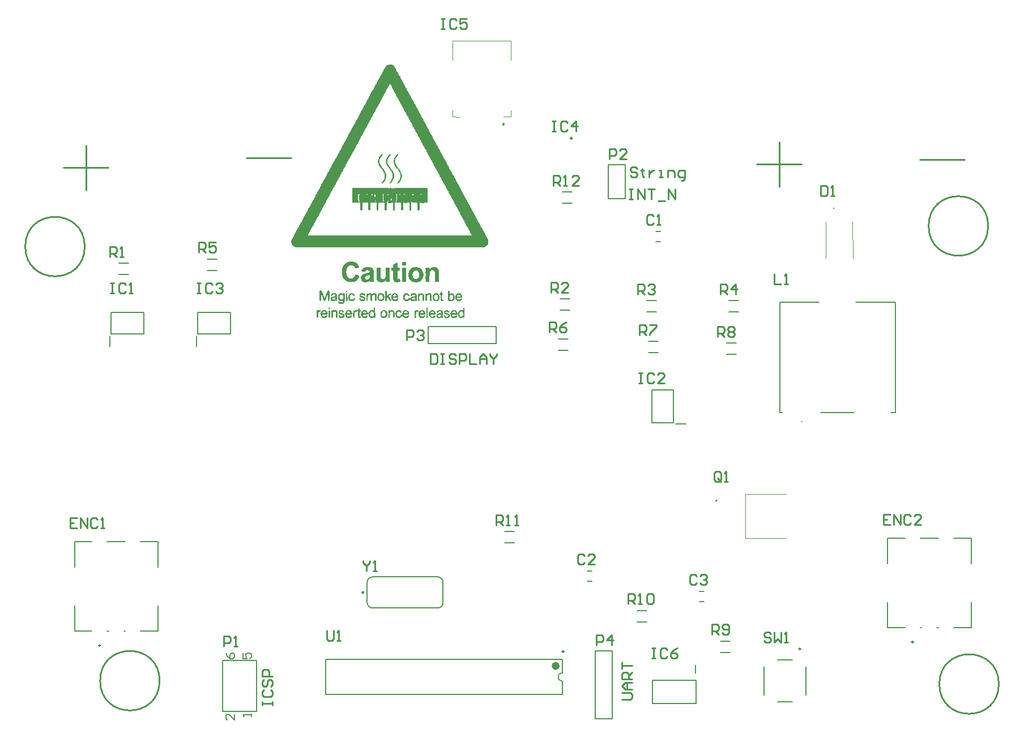
<source format=gto>
G04*
G04 #@! TF.GenerationSoftware,Altium Limited,Altium Designer,22.11.1 (43)*
G04*
G04 Layer_Color=65535*
%FSLAX25Y25*%
%MOIN*%
G70*
G04*
G04 #@! TF.SameCoordinates,F1E40A5C-0621-48A3-8FA6-9D6C7DDBF0E7*
G04*
G04*
G04 #@! TF.FilePolarity,Positive*
G04*
G01*
G75*
%ADD10C,0.01000*%
%ADD11C,0.01181*%
%ADD12C,0.00984*%
%ADD13C,0.02362*%
%ADD14C,0.00787*%
%ADD15C,0.00394*%
%ADD16C,0.00800*%
G36*
X325338Y491364D02*
X325867Y491268D01*
X326251Y491124D01*
X326372Y491004D01*
X326468Y490956D01*
X326660Y490764D01*
X326900Y490619D01*
X327116Y490403D01*
X327165Y490307D01*
X327261Y490211D01*
X327309Y490115D01*
X327501Y489826D01*
X327693Y489490D01*
X327934Y489153D01*
X328006Y488841D01*
X328246Y488457D01*
X328510Y487904D01*
X328558Y487808D01*
X328799Y487471D01*
X328895Y487231D01*
X329135Y486798D01*
X329520Y486077D01*
X329760Y485741D01*
X329832Y485477D01*
X329928Y485236D01*
X330048Y485068D01*
X330241Y484780D01*
X330577Y484155D01*
X330721Y483818D01*
X330962Y483386D01*
X331058Y483290D01*
X331202Y482953D01*
X331394Y482617D01*
X331587Y482329D01*
X331707Y482016D01*
X331779Y481848D01*
X332019Y481511D01*
X332355Y480887D01*
X332596Y480358D01*
X332836Y479925D01*
X333028Y479637D01*
X333076Y479445D01*
X333413Y478916D01*
X333581Y478459D01*
X333701Y478291D01*
X333845Y478147D01*
X333990Y477810D01*
X334278Y477282D01*
X334470Y476849D01*
X334663Y476513D01*
X334855Y476224D01*
X335047Y475888D01*
X335143Y475792D01*
X335287Y475311D01*
X335528Y474879D01*
X335720Y474686D01*
X335864Y474350D01*
X336441Y473244D01*
X336633Y472956D01*
X337162Y471851D01*
X337354Y471514D01*
X337498Y471370D01*
X337546Y471274D01*
X337787Y470745D01*
X337835Y470649D01*
X338267Y469832D01*
X338363Y469736D01*
X338411Y469640D01*
X339180Y468150D01*
X339373Y467957D01*
X339565Y467477D01*
X340142Y466371D01*
X340238Y466275D01*
X340286Y466179D01*
X341007Y464785D01*
X341247Y464449D01*
X341343Y464209D01*
X341632Y463680D01*
X342064Y462863D01*
X342593Y461853D01*
X342930Y461229D01*
X343122Y461036D01*
X343194Y460724D01*
X343290Y460484D01*
X343362Y460412D01*
X343410Y460315D01*
X343554Y460171D01*
X343650Y459931D01*
X344323Y458633D01*
X344419Y458537D01*
X344612Y458104D01*
X344660Y458008D01*
X344756Y457912D01*
X344804Y457816D01*
X345044Y457287D01*
X345285Y456855D01*
X345477Y456566D01*
X345597Y456254D01*
X345717Y456086D01*
X345909Y455797D01*
X345982Y455533D01*
X346222Y455149D01*
X346294Y455076D01*
X346486Y454644D01*
X346678Y454307D01*
X346775Y454211D01*
X346823Y454019D01*
X346919Y453779D01*
X346967Y453683D01*
X347303Y453202D01*
X347423Y452889D01*
X347664Y452505D01*
X347784Y452241D01*
X347880Y452000D01*
X348072Y451664D01*
X348217Y451520D01*
X348697Y450510D01*
X348889Y450174D01*
X349082Y449982D01*
X349250Y449525D01*
X349610Y448828D01*
X349803Y448492D01*
X350043Y448155D01*
X350523Y447146D01*
X350764Y446713D01*
X351004Y446377D01*
X351124Y446065D01*
X351677Y445031D01*
X351821Y444887D01*
X351965Y444551D01*
X352086Y444238D01*
X352206Y444118D01*
X352398Y443685D01*
X352590Y443349D01*
X352686Y443253D01*
X352734Y443157D01*
X352927Y442724D01*
X353167Y442291D01*
X353503Y441667D01*
X353744Y441330D01*
X353912Y440874D01*
X354200Y440393D01*
X354296Y440153D01*
X354489Y439864D01*
X354657Y439552D01*
X354777Y439239D01*
X354945Y438975D01*
X355378Y438158D01*
X355522Y438014D01*
X355666Y437677D01*
X355762Y437437D01*
X356147Y436716D01*
X356387Y436380D01*
X356532Y436043D01*
X356652Y435731D01*
X357012Y435226D01*
X357084Y434962D01*
X357277Y434673D01*
X357493Y434313D01*
X357613Y434000D01*
X357925Y433448D01*
X358166Y433015D01*
X358310Y432871D01*
X358430Y432559D01*
X358526Y432318D01*
X358718Y432030D01*
X359007Y431453D01*
X359127Y431285D01*
X359319Y430852D01*
X359559Y430420D01*
X359752Y430131D01*
X359848Y429891D01*
X360088Y429459D01*
X360473Y428737D01*
X360665Y428449D01*
X360785Y428137D01*
X360905Y427969D01*
X361098Y427680D01*
X361170Y427416D01*
X361266Y427176D01*
X361482Y426959D01*
X361530Y426863D01*
X362347Y425277D01*
X362539Y424989D01*
X363020Y423979D01*
X363260Y423547D01*
X363405Y423403D01*
X363549Y423066D01*
X364125Y421961D01*
X364270Y421816D01*
X364318Y421720D01*
X364510Y421288D01*
X364895Y420471D01*
X364943Y420374D01*
X365159Y420110D01*
X365231Y420038D01*
X365375Y419702D01*
X366000Y418500D01*
X366096Y418404D01*
X366144Y418308D01*
X366721Y417106D01*
X366769Y417010D01*
X366985Y416746D01*
X367057Y416674D01*
X367154Y416433D01*
X367274Y416121D01*
X367514Y415736D01*
X367875Y415039D01*
X368307Y414222D01*
X368451Y413982D01*
X368547Y413742D01*
X368788Y413309D01*
X368980Y413117D01*
X369052Y412852D01*
X369148Y412612D01*
X369268Y412444D01*
X369461Y412156D01*
X369509Y411963D01*
X369893Y411339D01*
X369989Y411098D01*
X370181Y410762D01*
X370566Y410041D01*
X370710Y409897D01*
X370758Y409800D01*
X370854Y409560D01*
X370902Y409368D01*
X371095Y409031D01*
X371287Y408743D01*
X371575Y408214D01*
X371720Y407974D01*
X371816Y407734D01*
X372056Y407301D01*
X372393Y406676D01*
X372585Y406388D01*
X372681Y406148D01*
X372801Y405835D01*
X372969Y405571D01*
X373065Y405475D01*
X373834Y403985D01*
X374027Y403696D01*
X374171Y403360D01*
X374219Y403264D01*
X374411Y402976D01*
X374627Y402375D01*
X374940Y402062D01*
X375036Y401822D01*
X375156Y401510D01*
X375348Y401221D01*
X375468Y400957D01*
X375589Y400644D01*
X375661Y400572D01*
X375709Y400476D01*
X375805Y400380D01*
X375853Y400284D01*
X376093Y399851D01*
X376286Y399563D01*
X376358Y399299D01*
X376454Y399058D01*
X376526Y398986D01*
X376574Y398890D01*
X376718Y398746D01*
X376766Y398650D01*
X376910Y398313D01*
X377487Y397208D01*
X377631Y397064D01*
X377679Y396968D01*
X377824Y396631D01*
X378112Y396102D01*
X378208Y395862D01*
X378449Y395429D01*
X378593Y395285D01*
X378737Y394949D01*
X379362Y393747D01*
X379506Y393603D01*
X379698Y393170D01*
X380275Y392065D01*
X380419Y391921D01*
X380467Y391825D01*
X380563Y391584D01*
X380683Y391272D01*
X380876Y390984D01*
X381164Y390407D01*
X381284Y390239D01*
X382149Y388604D01*
X382245Y388508D01*
X382342Y388268D01*
X382390Y388076D01*
X382438Y387595D01*
X382486Y387259D01*
X382438Y386249D01*
X382390Y386105D01*
X382342Y385721D01*
X381861Y385048D01*
X381813Y384952D01*
X381164Y384303D01*
X381068Y384255D01*
X380443Y383918D01*
X380203Y383822D01*
X379506Y383750D01*
X379049Y383726D01*
X378905Y383774D01*
X270017Y383798D01*
X269753Y383774D01*
X269608Y383822D01*
X268960Y383894D01*
X268767Y383942D01*
X268527Y384038D01*
X267974Y384351D01*
X267830Y384495D01*
X267734Y384543D01*
X267638Y384639D01*
X267542Y384687D01*
X267373Y384856D01*
X267325Y384952D01*
X267085Y385192D01*
X266845Y385625D01*
X266701Y385865D01*
X266604Y386249D01*
X266556Y387018D01*
X266604Y388124D01*
X266845Y388556D01*
X267037Y388845D01*
X267325Y389373D01*
X267470Y389710D01*
X267590Y390022D01*
X267710Y390191D01*
X267902Y390383D01*
X268119Y390984D01*
X268191Y391056D01*
X268239Y391152D01*
X268527Y391777D01*
X268575Y391873D01*
X268671Y391969D01*
X268719Y392065D01*
X268815Y392161D01*
X269344Y393267D01*
X269392Y393363D01*
X269825Y393988D01*
X269873Y394180D01*
X270065Y394516D01*
X270498Y395333D01*
X270594Y395429D01*
X270642Y395526D01*
X271026Y396247D01*
X271170Y396583D01*
X271291Y396895D01*
X271363Y396968D01*
X271411Y397064D01*
X271603Y397256D01*
X271747Y397592D01*
X271795Y397689D01*
X271988Y398025D01*
X272084Y398265D01*
X272324Y398698D01*
X272564Y399034D01*
X272685Y399347D01*
X272949Y399851D01*
X273237Y400380D01*
X273381Y400524D01*
X273429Y400620D01*
X273526Y400861D01*
X273646Y401173D01*
X273766Y401341D01*
X274199Y402158D01*
X274343Y402303D01*
X274439Y402543D01*
X275064Y403745D01*
X275160Y403841D01*
X275208Y403937D01*
X275448Y404465D01*
X275640Y404802D01*
X276025Y405523D01*
X276217Y405811D01*
X276361Y406148D01*
X276409Y406244D01*
X276890Y407157D01*
X276986Y407253D01*
X277034Y407349D01*
X277275Y407878D01*
X277323Y407974D01*
X277563Y408311D01*
X277659Y408551D01*
X277707Y408647D01*
X278044Y409176D01*
X278236Y409656D01*
X278476Y409993D01*
X278572Y410233D01*
X278813Y410666D01*
X278909Y410762D01*
X279053Y411098D01*
X279173Y411411D01*
X279293Y411579D01*
X279486Y411867D01*
X279606Y412180D01*
X279726Y412348D01*
X279918Y412636D01*
X279990Y412901D01*
X280230Y413285D01*
X280303Y413357D01*
X281120Y414943D01*
X281216Y415039D01*
X281264Y415135D01*
X281360Y415376D01*
X281600Y415808D01*
X281793Y416097D01*
X281841Y416289D01*
X282033Y416625D01*
X282225Y416914D01*
X282345Y417226D01*
X282417Y417298D01*
X282465Y417394D01*
X282562Y417491D01*
X282658Y417731D01*
X282730Y418043D01*
X282898Y418308D01*
X283138Y418548D01*
X283235Y418788D01*
X283355Y419101D01*
X283427Y419173D01*
X283475Y419269D01*
X283715Y419798D01*
X283763Y419894D01*
X283979Y420158D01*
X284148Y420471D01*
X284532Y421288D01*
X284724Y421624D01*
X284869Y421768D01*
X284917Y421865D01*
X285157Y422393D01*
X285205Y422489D01*
X285638Y423306D01*
X285734Y423403D01*
X285782Y423499D01*
X285878Y423595D01*
X285998Y423907D01*
X286094Y424148D01*
X286311Y424508D01*
X286647Y425133D01*
X286839Y425421D01*
X286935Y425662D01*
X287128Y425998D01*
X287368Y426527D01*
X287416Y426623D01*
X287752Y427103D01*
X287849Y427344D01*
X288377Y428353D01*
X288594Y428617D01*
X288714Y428882D01*
X288762Y429074D01*
X288954Y429410D01*
X289050Y429507D01*
X289194Y429843D01*
X289435Y430276D01*
X289531Y430372D01*
X289723Y430852D01*
X289771Y430948D01*
X290011Y431333D01*
X290108Y431573D01*
X290444Y432054D01*
X290540Y432294D01*
X290660Y432607D01*
X290853Y432895D01*
X291069Y433255D01*
X291694Y434457D01*
X291886Y434746D01*
X291934Y434938D01*
X292126Y435274D01*
X292222Y435370D01*
X292270Y435466D01*
X292415Y435803D01*
X292511Y436043D01*
X292559Y436139D01*
X292775Y436404D01*
X292895Y436668D01*
X293136Y437101D01*
X293280Y437341D01*
X293400Y437653D01*
X293640Y438038D01*
X293809Y438350D01*
X294049Y438783D01*
X294289Y439312D01*
X294433Y439552D01*
X294674Y439888D01*
X294794Y440201D01*
X295034Y440585D01*
X295154Y440850D01*
X295274Y441162D01*
X295443Y441426D01*
X295587Y441571D01*
X296356Y443060D01*
X296548Y443349D01*
X296596Y443541D01*
X296836Y443974D01*
X297269Y444791D01*
X297365Y444887D01*
X297798Y445704D01*
X297942Y446040D01*
X298158Y446449D01*
X298254Y446497D01*
X298326Y446569D01*
X298471Y446906D01*
X298591Y447218D01*
X298807Y447578D01*
X298927Y447891D01*
X299096Y448155D01*
X299192Y448251D01*
X299240Y448348D01*
X300009Y449837D01*
X300201Y450030D01*
X300441Y450655D01*
X300682Y451039D01*
X300730Y451231D01*
X301162Y451856D01*
X301234Y452120D01*
X301523Y452601D01*
X301715Y453034D01*
X301739Y453058D01*
X302075Y453538D01*
X302148Y453803D01*
X302436Y454283D01*
X302508Y454355D01*
X302652Y454692D01*
X302844Y455028D01*
X303037Y455317D01*
X303109Y455581D01*
X303397Y456062D01*
X303613Y456518D01*
X303830Y456783D01*
X303950Y457047D01*
X304070Y457359D01*
X304262Y457648D01*
X304334Y457720D01*
X304455Y458032D01*
X304599Y458321D01*
X304719Y458489D01*
X304959Y459018D01*
X305007Y459114D01*
X305248Y459450D01*
X305344Y459691D01*
X305392Y459787D01*
X305632Y460123D01*
X305680Y460219D01*
X305776Y460460D01*
X305896Y460772D01*
X306065Y461036D01*
X306257Y461325D01*
X306545Y461853D01*
X306690Y462190D01*
X306810Y462502D01*
X306882Y462574D01*
X306930Y462670D01*
X307074Y462815D01*
X307458Y463536D01*
X307891Y464353D01*
X308083Y464641D01*
X308131Y464833D01*
X308324Y465170D01*
X308516Y465458D01*
X308588Y465723D01*
X308804Y466131D01*
X308948Y466275D01*
X308997Y466371D01*
X309477Y467381D01*
X309621Y467621D01*
X309862Y467861D01*
X309958Y468102D01*
X310126Y468558D01*
X310246Y468678D01*
X310294Y468775D01*
X310438Y469111D01*
X310679Y469544D01*
X310775Y469640D01*
X311304Y470745D01*
X311352Y470841D01*
X311784Y471466D01*
X311904Y471778D01*
X312433Y472836D01*
X312601Y473004D01*
X312842Y473533D01*
X312890Y473629D01*
X313082Y473917D01*
X313202Y474230D01*
X313442Y474614D01*
X313514Y474686D01*
X314139Y475984D01*
X314187Y476080D01*
X314572Y476657D01*
X314740Y477114D01*
X314860Y477234D01*
X314908Y477330D01*
X315245Y477955D01*
X315341Y478051D01*
X315389Y478147D01*
X315485Y478387D01*
X315774Y478916D01*
X316206Y479733D01*
X316302Y479829D01*
X316446Y480166D01*
X316567Y480478D01*
X316687Y480598D01*
X317071Y481319D01*
X317264Y481607D01*
X317432Y482064D01*
X317600Y482329D01*
X317792Y482617D01*
X318129Y483242D01*
X318321Y483674D01*
X318561Y484107D01*
X318754Y484395D01*
X318801Y484587D01*
X318898Y484684D01*
X318946Y484780D01*
X319042Y484876D01*
X319186Y485212D01*
X319306Y485525D01*
X319426Y485693D01*
X319523Y485789D01*
X319667Y486126D01*
X319907Y486558D01*
X320195Y487183D01*
X320243Y487279D01*
X320580Y487760D01*
X320700Y488072D01*
X321109Y488817D01*
X321157Y488913D01*
X321397Y489250D01*
X321493Y489490D01*
X321685Y489826D01*
X321926Y490163D01*
X322070Y490403D01*
X322382Y490716D01*
X322478Y490764D01*
X322719Y491004D01*
X322815Y491052D01*
X322911Y491148D01*
X323151Y491244D01*
X323968Y491389D01*
X324305Y491436D01*
X325338Y491364D01*
D02*
G37*
G36*
X333821Y375123D02*
X333990Y374954D01*
X334038Y374762D01*
Y374041D01*
Y373993D01*
X334086Y373368D01*
X333917Y373056D01*
X333821Y373008D01*
X333677Y372960D01*
X331947Y373008D01*
X331731Y373176D01*
X331634Y373561D01*
X331683Y373897D01*
X331731Y374906D01*
X331851Y375075D01*
X332235Y375171D01*
X333821Y375123D01*
D02*
G37*
G36*
X333990Y371686D02*
X334038Y371494D01*
X334086Y371157D01*
X334038Y371013D01*
X333990Y363563D01*
X333821Y363395D01*
X333485Y363347D01*
X333293Y363395D01*
X332620D01*
X332476Y363347D01*
X332331Y363395D01*
X331899Y363443D01*
X331731Y363563D01*
X331634Y363900D01*
X331659Y365606D01*
X331634Y366447D01*
X331683Y366591D01*
X331659Y370557D01*
X331683Y371013D01*
X331634Y371157D01*
X331683Y371590D01*
X331851Y371806D01*
X332235Y371902D01*
X333173Y371878D01*
X333773Y371902D01*
X333990Y371686D01*
D02*
G37*
G36*
X302676Y375363D02*
X303277Y375243D01*
X303469Y375195D01*
X303734Y375123D01*
X303974Y375026D01*
X304310Y374834D01*
X304575Y374618D01*
X305055Y374329D01*
X305127Y374257D01*
X305224Y374209D01*
X305584Y373849D01*
X305632Y373753D01*
X305776Y373609D01*
X305824Y373513D01*
X306017Y373176D01*
X306113Y373080D01*
X306161Y372984D01*
X306353Y372551D01*
X306449Y372167D01*
X306401Y371878D01*
X306329Y371806D01*
X305993Y371710D01*
X305800Y371662D01*
X305464Y371614D01*
X305152Y371542D01*
X304911Y371446D01*
X304647Y371374D01*
X304455Y371326D01*
X304190Y371398D01*
X304046Y371494D01*
X303998Y371590D01*
X303854Y371926D01*
X303661Y372263D01*
X303301Y372623D01*
X303205Y372671D01*
X302868Y373008D01*
X302532Y373104D01*
X302196Y373152D01*
X301427Y373200D01*
X300970Y373128D01*
X300730Y373080D01*
X300345Y372840D01*
X300177Y372671D01*
X299744Y372431D01*
X299576Y372263D01*
X299528Y372167D01*
X299384Y371830D01*
X299144Y371398D01*
X299047Y371302D01*
X298951Y370965D01*
X298903Y370484D01*
X298855Y368994D01*
X298927Y367673D01*
X299071Y367288D01*
X299192Y367168D01*
X299240Y367072D01*
X299384Y366736D01*
X299624Y366303D01*
X299865Y366063D01*
X299913Y365967D01*
X300033Y365846D01*
X300850Y365462D01*
X301042Y365414D01*
X301955Y365366D01*
X302148Y365414D01*
X302436Y365462D01*
X302772Y365654D01*
X302868Y365702D01*
X303301Y366039D01*
X303469Y366207D01*
X303517Y366303D01*
X303661Y366447D01*
X303710Y366543D01*
X303854Y366880D01*
X304070Y367480D01*
X304214Y367625D01*
X304551Y367673D01*
X304911Y367601D01*
X305175Y367529D01*
X305560Y367432D01*
X306305Y367168D01*
X306377Y367096D01*
X306473Y367048D01*
X306545Y366832D01*
X306473Y366567D01*
X306353Y366303D01*
X306233Y365990D01*
X305993Y365606D01*
X305656Y364933D01*
X305296Y364573D01*
X305272Y364500D01*
X305175Y364453D01*
X304935Y364212D01*
X304911Y364188D01*
X304647Y363924D01*
X304334Y363804D01*
X303734Y363491D01*
X303541Y363443D01*
X303085Y363371D01*
X302796Y363323D01*
X302556Y363275D01*
X300898Y363251D01*
X300754Y363299D01*
X300105Y363371D01*
X299913Y363419D01*
X299672Y363515D01*
X298735Y363972D01*
X298495Y364212D01*
X298398Y364260D01*
X298302Y364356D01*
X298206Y364404D01*
X298110Y364500D01*
X298014Y364549D01*
X297894Y364717D01*
X297774Y364837D01*
X297702Y364861D01*
X297654Y364957D01*
X297509Y365101D01*
X297461Y365197D01*
X297365Y365294D01*
X297317Y365390D01*
X297173Y365534D01*
X296692Y366543D01*
X296596Y366928D01*
X296524Y367336D01*
X296380Y368057D01*
X296332Y368346D01*
X296260Y368850D01*
X296308Y368994D01*
X296356Y370292D01*
X296404Y370436D01*
X296500Y371109D01*
X296548Y371302D01*
X296596Y371638D01*
X296764Y372095D01*
X296981Y372599D01*
X297221Y373032D01*
X297461Y373272D01*
X297509Y373368D01*
X297846Y373801D01*
X298254Y374209D01*
X298351Y374257D01*
X298495Y374402D01*
X298591Y374450D01*
X298927Y374642D01*
X299264Y374882D01*
X299504Y374978D01*
X299768Y375050D01*
X300297Y375243D01*
X300682Y375339D01*
X301162Y375387D01*
X302532Y375411D01*
X302676Y375363D01*
D02*
G37*
G36*
X351148Y372119D02*
X351389Y372071D01*
X351629Y371974D01*
X351893Y371854D01*
X352134Y371758D01*
X352374Y371614D01*
X352710Y371277D01*
X352806Y371229D01*
X352879Y371157D01*
X353119Y370725D01*
X353263Y370388D01*
X353311Y370196D01*
X353359Y369139D01*
Y368802D01*
Y368754D01*
X353311Y363611D01*
X353239Y363491D01*
X353143Y363443D01*
X352999Y363395D01*
X352806Y363347D01*
X351292Y363419D01*
X351124Y363539D01*
X351052Y363611D01*
X351004Y363948D01*
X350956Y369379D01*
X350764Y369715D01*
X350476Y369956D01*
X350211Y370220D01*
X349827Y370316D01*
X349250Y370268D01*
X348817Y370028D01*
X348385Y369691D01*
X347928Y368802D01*
X347880Y365438D01*
X347832Y363611D01*
X347712Y363443D01*
X347375Y363347D01*
X345933Y363395D01*
X345621Y363563D01*
X345525Y363948D01*
X345573Y364140D01*
X345549Y365510D01*
X345573Y366351D01*
X345525Y366495D01*
X345573Y367553D01*
X345525Y369379D01*
X345573Y369523D01*
X345549Y371326D01*
X345597Y371614D01*
X345789Y371806D01*
X345982Y371854D01*
X346318Y371902D01*
X346510Y371854D01*
X347568Y371806D01*
X347736Y371638D01*
X347880Y371253D01*
X348000Y371133D01*
X348240Y371277D01*
X348625Y371662D01*
X348961Y371806D01*
X349154Y371854D01*
X349418Y371926D01*
X349682Y372046D01*
X350019Y372143D01*
X350620Y372167D01*
X351148Y372119D01*
D02*
G37*
G36*
X323199Y371902D02*
X324209Y371854D01*
X324425Y371638D01*
X324473Y371446D01*
X324425Y363659D01*
X324329Y363563D01*
X324281Y363467D01*
X324016Y363347D01*
X322983Y363371D01*
X322863Y363347D01*
X322719Y363395D01*
X322527Y363443D01*
X322406Y363563D01*
X322358Y363755D01*
X322310Y364188D01*
X322238Y364260D01*
X321998Y364212D01*
X321878Y364044D01*
X321709Y363876D01*
X321613Y363828D01*
X321229Y363587D01*
X321133Y363539D01*
X320796Y363395D01*
X320243Y363275D01*
X320051Y363227D01*
X319402Y363155D01*
X318850Y363227D01*
X318657Y363275D01*
X318129Y363467D01*
X317960Y363539D01*
X317624Y363780D01*
X317528Y363828D01*
X317264Y364044D01*
X317215Y364140D01*
X316831Y364957D01*
X316639Y366015D01*
X316591Y366639D01*
X316639Y367168D01*
X316591Y367312D01*
X316639Y367505D01*
X316615Y369836D01*
X316639Y370484D01*
X316591Y370629D01*
X316639Y371590D01*
X316855Y371806D01*
X317095Y371902D01*
X318729Y371854D01*
X318994Y371638D01*
X319090Y371398D01*
X319066Y370845D01*
X319090Y370244D01*
X319042Y370196D01*
X319090Y370052D01*
X319042Y368754D01*
X319090Y368610D01*
X319138Y365967D01*
X319186Y365822D01*
X319426Y365390D01*
X319955Y365053D01*
X320268Y364933D01*
X320700Y364981D01*
X321037Y365222D01*
X321133D01*
X321469Y365414D01*
X321637Y365582D01*
X321685Y365678D01*
X321781Y365774D01*
X321878Y366015D01*
X321926Y366495D01*
X321974Y367264D01*
X322046Y367769D01*
X322070Y371109D01*
X322022Y371157D01*
X322070Y371302D01*
X322118Y371590D01*
X322238Y371758D01*
X322334Y371806D01*
X322574Y371902D01*
X323055Y371950D01*
X323199Y371902D01*
D02*
G37*
G36*
X312577Y372143D02*
X312721Y372095D01*
X312914Y372046D01*
X313394Y371902D01*
X313707Y371782D01*
X313947Y371686D01*
X314212Y371422D01*
X314308Y371374D01*
X314572Y371109D01*
X314812Y370484D01*
X314908Y370100D01*
X314956Y369763D01*
X315004Y369571D01*
X315053Y364717D01*
X315101Y364573D01*
X315149Y364236D01*
X315341Y363755D01*
X315293Y363563D01*
X315221Y363491D01*
X314884Y363395D01*
X313250Y363443D01*
X313082Y363611D01*
X313034Y363707D01*
X312962Y363828D01*
X312721Y363924D01*
X312529Y363876D01*
X312097Y363635D01*
X312000Y363539D01*
X311760Y363443D01*
X311183Y363299D01*
X310871Y363227D01*
X309958Y363179D01*
X309790Y363155D01*
X309645Y363203D01*
X309117Y363347D01*
X308660Y363515D01*
X308492Y363635D01*
X308396Y363732D01*
X308300Y363780D01*
X308204Y363876D01*
X308107Y363924D01*
X308035Y363996D01*
X307987Y364092D01*
X307651Y364573D01*
X307579Y364837D01*
X307362Y365534D01*
X307411Y366159D01*
X307458Y366303D01*
X307555Y366639D01*
X307675Y366952D01*
X307795Y367120D01*
X307987Y367312D01*
X308035Y367408D01*
X308252Y367625D01*
X308348Y367673D01*
X308636Y367961D01*
X308732Y368009D01*
X308876Y368057D01*
X309261Y368153D01*
X309573Y368226D01*
X309814Y368273D01*
X310054Y368370D01*
X310318Y368442D01*
X310703Y368538D01*
X311280Y368586D01*
X311424Y368634D01*
X311880Y368802D01*
X312193Y368922D01*
X312433Y368970D01*
X312649Y369139D01*
X312698Y369331D01*
X312649Y369667D01*
X312553Y369763D01*
X312529Y369836D01*
X312433Y369884D01*
X312193Y370124D01*
X312097Y370172D01*
X311760Y370316D01*
X311352Y370340D01*
X310775Y370292D01*
X310583Y370244D01*
X310511Y370172D01*
X310414Y370124D01*
X310006Y369715D01*
X309862Y369475D01*
X309741Y369355D01*
X309549Y369307D01*
X308876Y369355D01*
X308732Y369403D01*
X308227Y369475D01*
X307915Y369595D01*
X307795Y369715D01*
X307747Y369908D01*
X307795Y370292D01*
X307987Y370581D01*
X308035Y370677D01*
X308372Y371109D01*
X308588Y371374D01*
X308732Y371518D01*
X308925Y371614D01*
X308948Y371638D01*
X309021Y371710D01*
X309261Y371806D01*
X309645Y371902D01*
X310270Y372095D01*
X310462Y372143D01*
X311231Y372191D01*
X312577Y372143D01*
D02*
G37*
G36*
X340791Y372095D02*
X341031Y371999D01*
X341512Y371854D01*
X341704Y371806D01*
X341992Y371710D01*
X342016Y371686D01*
X342521Y371326D01*
X342617Y371277D01*
X343050Y370845D01*
X343146Y370797D01*
X343266Y370629D01*
X343482Y370364D01*
X343554Y370292D01*
X343602Y370196D01*
X343843Y369763D01*
X344083Y369235D01*
X344179Y368658D01*
X344227Y368033D01*
X344275Y367697D01*
X344227Y367216D01*
X344155Y366423D01*
X344083Y365967D01*
X343771Y365510D01*
X343674Y365269D01*
X343482Y364981D01*
X343314Y364813D01*
X343266Y364717D01*
X343170Y364621D01*
X343122Y364525D01*
X343002Y364404D01*
X342905Y364356D01*
X342689Y364140D01*
X342641Y364044D01*
X342473Y363876D01*
X341463Y363395D01*
X340959Y363275D01*
X340767Y363227D01*
X340118Y363155D01*
X339012Y363203D01*
X338868Y363251D01*
X338484Y363347D01*
X338171Y363419D01*
X337931Y363515D01*
X337426Y363780D01*
X337090Y363972D01*
X336513Y364549D01*
X336417Y364597D01*
X336345Y364669D01*
X336297Y364765D01*
X336201Y364861D01*
X336153Y364957D01*
X335816Y365486D01*
X335696Y366087D01*
X335624Y366351D01*
X335480Y366832D01*
X335384Y367408D01*
X335335Y367889D01*
X335384Y368226D01*
X335552Y368682D01*
X335624Y368946D01*
X335768Y369523D01*
X335936Y369980D01*
X336008Y370052D01*
X336056Y370148D01*
X336513Y370749D01*
X337042Y371277D01*
X337138Y371326D01*
X337763Y371758D01*
X338075Y371830D01*
X338315Y371878D01*
X338556Y371974D01*
X338868Y372095D01*
X339205Y372143D01*
X340791Y372095D01*
D02*
G37*
G36*
X328775Y374690D02*
X328847Y374618D01*
X328943Y374378D01*
X328895Y373464D01*
X328943Y373320D01*
X328919Y372623D01*
X328967Y372143D01*
X329087Y371974D01*
X329303Y371902D01*
X330120Y371854D01*
X330385Y371638D01*
X330433Y371446D01*
X330385Y370292D01*
X330169Y370028D01*
X329928Y369932D01*
X329111Y369884D01*
X328991Y369763D01*
X328943Y369571D01*
X328895Y368322D01*
X328943Y368177D01*
X328919Y366759D01*
X328943Y366351D01*
X328895Y366207D01*
X328943Y365630D01*
X329087Y365390D01*
X329159Y365318D01*
X329496Y365222D01*
X329976Y365269D01*
X330265Y365222D01*
X330385Y365101D01*
X330529Y364621D01*
X330577Y364428D01*
Y364332D01*
Y364284D01*
X330625Y364140D01*
X330577Y363611D01*
X330457Y363491D01*
X330361Y363443D01*
X330024Y363299D01*
X329376Y363227D01*
X329183Y363179D01*
X328438Y363155D01*
X328294Y363203D01*
X328006Y363251D01*
X327765Y363347D01*
X327453Y363467D01*
X327189Y363635D01*
X326972Y363852D01*
X326924Y363948D01*
X326684Y364284D01*
X326588Y364621D01*
X326540Y364813D01*
X326492Y365294D01*
X326516Y369499D01*
X326468Y369740D01*
X326324Y369884D01*
X326131Y369932D01*
X325747Y369980D01*
X325578Y370100D01*
X325482Y370436D01*
X325530Y371638D01*
X325651Y371806D01*
X325987Y371902D01*
X326275Y371950D01*
X326444Y372119D01*
X326492Y372455D01*
X326540Y373368D01*
X326660Y373536D01*
X326756Y373585D01*
X326852Y373681D01*
X326948Y373729D01*
X327020Y373801D01*
X327068Y373897D01*
X327189Y374017D01*
X327910Y374402D01*
X328246Y374594D01*
X328583Y374738D01*
X328775Y374690D01*
D02*
G37*
G36*
X299360Y358204D02*
X299480Y358084D01*
Y358036D01*
X299504Y358012D01*
X299528Y357651D01*
X299360Y357387D01*
X299167Y357339D01*
X298879Y357387D01*
X298759Y357507D01*
X298663Y357844D01*
X298855Y358180D01*
X298927Y358252D01*
X299192Y358276D01*
X299360Y358204D01*
D02*
G37*
G36*
X347904Y356666D02*
X348240Y356618D01*
X348601Y356402D01*
X348649Y356306D01*
X348889Y355969D01*
X349033Y355633D01*
X349082Y355440D01*
X349106Y354455D01*
X349082Y353134D01*
X349130Y352989D01*
X349082Y352509D01*
X348913Y352292D01*
X348577Y352196D01*
X348337Y352340D01*
X348265Y352413D01*
X348217Y352605D01*
X348168Y355440D01*
X347952Y355705D01*
X347519Y355897D01*
X347303Y355921D01*
X347063Y355873D01*
X346823Y355777D01*
X346534Y355537D01*
X346438Y355440D01*
X346390Y355104D01*
X346318Y354455D01*
X346294Y353518D01*
X346342Y353470D01*
X346294Y353326D01*
Y353037D01*
Y352989D01*
X346342Y352797D01*
X346294Y352509D01*
X346174Y352340D01*
X345933Y352244D01*
X345597Y352292D01*
X345477Y352413D01*
X345429Y352605D01*
X345405Y353782D01*
X345429Y355681D01*
X345381Y355825D01*
X345429Y356354D01*
X345597Y356570D01*
X345789Y356618D01*
X346222Y356426D01*
X346462Y356474D01*
X346703Y356570D01*
X347087Y356666D01*
X347712Y356714D01*
X347904Y356666D01*
D02*
G37*
G36*
X343674D02*
X343987Y356546D01*
X344155Y356426D01*
X344467Y356113D01*
X344516Y356017D01*
X344660Y355681D01*
X344708Y355200D01*
X344660Y352461D01*
X344540Y352292D01*
X344347Y352244D01*
X344203D01*
X344011Y352292D01*
X343939Y352364D01*
X343843Y352605D01*
X343795Y353085D01*
X343746Y355489D01*
X343650Y355585D01*
X343602Y355681D01*
X343482Y355801D01*
X343242Y355897D01*
X343050Y355945D01*
X342593Y355873D01*
X342329Y355705D01*
X342257Y355633D01*
X342209Y355537D01*
X342064Y355393D01*
X341968Y355152D01*
X341920Y354960D01*
X341872Y354191D01*
X341896Y352581D01*
X341824Y352413D01*
X341704Y352292D01*
X341512Y352244D01*
X341271Y352292D01*
X341151Y352364D01*
X341055Y352701D01*
X341031Y356234D01*
X341103Y356402D01*
X341223Y356522D01*
X341416Y356570D01*
X341536Y356594D01*
X341776Y356498D01*
X341992Y356426D01*
X342232Y356474D01*
X342329Y356570D01*
X342713Y356666D01*
X343482Y356714D01*
X343674Y356666D01*
D02*
G37*
G36*
X315846D02*
X316278Y356426D01*
X316350Y356354D01*
X316591Y355825D01*
X316639Y355489D01*
X316591Y352461D01*
X316422Y352292D01*
X316230Y352244D01*
X315990Y352292D01*
X315822Y352461D01*
X315774Y352653D01*
Y355296D01*
Y355344D01*
X315653Y355657D01*
X315461Y355849D01*
X315221Y355945D01*
X314788Y355897D01*
X314356Y355561D01*
X314187Y355393D01*
X314139Y355056D01*
X314091Y353422D01*
X314043Y352461D01*
X313971Y352340D01*
X313731Y352244D01*
X313442Y352292D01*
X313274Y352413D01*
X313178Y352749D01*
X313202Y355224D01*
X313154Y355513D01*
X313082Y355681D01*
X312962Y355849D01*
X312721Y355945D01*
X312193Y355897D01*
X311928Y355681D01*
X311784Y355537D01*
X311640Y355200D01*
X311592Y354768D01*
X311544Y354624D01*
X311496Y354287D01*
X311544Y353951D01*
X311520Y353254D01*
X311544Y352509D01*
X311376Y352292D01*
X311183Y352244D01*
X310943Y352292D01*
X310823Y352413D01*
X310775Y352605D01*
X310727Y352941D01*
X310751Y353638D01*
X310727Y356161D01*
X310775Y356306D01*
X310919Y356546D01*
X311135Y356618D01*
X311328Y356570D01*
X311568Y356426D01*
X311760Y356474D01*
X312193Y356666D01*
X312529Y356714D01*
X313394Y356666D01*
X313659Y356450D01*
X313731Y356378D01*
X313827Y356330D01*
X313971Y356282D01*
X314163Y356330D01*
X314308Y356474D01*
X314740Y356666D01*
X315077Y356714D01*
X315846Y356666D01*
D02*
G37*
G36*
X308925D02*
X309069Y356618D01*
X309309Y356522D01*
X309573Y356306D01*
X309958Y355921D01*
X309910Y355537D01*
X309741Y355368D01*
X309477Y355344D01*
X309285Y355393D01*
X309213Y355465D01*
X309141Y355489D01*
X309093Y355585D01*
X308876Y355849D01*
X308540Y355945D01*
X307819Y355897D01*
X307555Y355681D01*
X307507Y355489D01*
X307555Y355344D01*
X307723Y355176D01*
X307963Y355080D01*
X308300Y354984D01*
X308492Y354936D01*
X309045Y354816D01*
X309573Y354575D01*
X309694Y354455D01*
X309790Y354407D01*
X309958Y354239D01*
X310006Y354143D01*
X310198Y353710D01*
X310150Y353182D01*
X309910Y352749D01*
X309549Y352389D01*
X309213Y352244D01*
X308828Y352148D01*
X308348Y352100D01*
X307771Y352148D01*
X307627Y352196D01*
X307314Y352316D01*
X307026Y352509D01*
X306786Y352749D01*
X306738Y352845D01*
X306593Y353182D01*
X306545Y353470D01*
X306665Y353686D01*
X306906Y353782D01*
X307170Y353710D01*
X307242Y353638D01*
X307314Y353614D01*
X307362Y353518D01*
X307386Y353494D01*
X307411Y353470D01*
X307507Y353374D01*
X307555Y353278D01*
X307771Y353061D01*
X308011Y352965D01*
X308204Y352917D01*
X308876Y352965D01*
X308973Y353061D01*
X309069Y353110D01*
X309189Y353230D01*
X309237Y353422D01*
X309189Y353662D01*
X309069Y353782D01*
X308636Y353975D01*
X308324Y354047D01*
X307939Y354143D01*
X307699Y354191D01*
X307338Y354359D01*
X307242Y354455D01*
X307146Y354503D01*
X306738Y354816D01*
X306641Y355056D01*
X306593Y355681D01*
X306714Y355993D01*
X306834Y356161D01*
X307098Y356426D01*
X307194Y356474D01*
X307435Y356618D01*
X307819Y356714D01*
X308925Y356666D01*
D02*
G37*
G36*
X302604Y356690D02*
X302844Y356642D01*
X303085Y356546D01*
X303157Y356474D01*
X303253Y356426D01*
X303613Y356065D01*
X303661Y355969D01*
X303806Y355633D01*
X303758Y355344D01*
X303589Y355176D01*
X303157Y355224D01*
X303085Y355296D01*
X303037Y355393D01*
X302772Y355753D01*
X302676Y355801D01*
X302340Y355945D01*
X302075Y355969D01*
X301835Y355921D01*
X301643Y355873D01*
X301475Y355753D01*
X301354Y355633D01*
X301210Y355296D01*
X301114Y354960D01*
X300970Y354479D01*
X301018Y354143D01*
X301114Y353903D01*
X301162Y353614D01*
X301402Y353182D01*
X301571Y353013D01*
X301907Y352917D01*
X302171Y352893D01*
X302412Y352941D01*
X302700Y353085D01*
X302941Y353326D01*
X303037Y353566D01*
X303085Y353662D01*
X303205Y353830D01*
X303397Y353878D01*
X303782Y353830D01*
X303902Y353710D01*
X303950Y353518D01*
X303902Y353278D01*
X303445Y352677D01*
X303253Y352485D01*
X303157Y352437D01*
X303061Y352340D01*
X302965Y352292D01*
X302724Y352196D01*
X302532Y352148D01*
X302196Y352100D01*
X301739Y352172D01*
X301499Y352220D01*
X301306Y352268D01*
X300826Y352557D01*
X300537Y352845D01*
X300201Y353566D01*
X300153Y353903D01*
X300105Y354527D01*
X300153Y354672D01*
X300201Y355296D01*
X300249Y355440D01*
X300345Y355681D01*
X300537Y356017D01*
X300682Y356161D01*
X300730Y356258D01*
X300754Y356282D01*
X300778Y356306D01*
X300850Y356378D01*
X300946Y356426D01*
X301475Y356666D01*
X301667Y356714D01*
X302316Y356738D01*
X302604Y356690D01*
D02*
G37*
G36*
X339253Y356666D02*
X339397Y356618D01*
X339829Y356378D01*
X339901Y356306D01*
X339949Y356210D01*
X340190Y355873D01*
X340286Y355633D01*
X340334Y355296D01*
X340310Y353494D01*
X340358Y353110D01*
X340382Y352461D01*
X340214Y352244D01*
X340022Y352196D01*
X339757Y352268D01*
X339493Y352389D01*
X339301Y352437D01*
X339108Y352389D01*
X338676Y352196D01*
X338099Y352100D01*
X337378Y352148D01*
X336849Y352437D01*
X336681Y352605D01*
X336345Y353230D01*
X336128Y353254D01*
X335912Y353037D01*
X335720Y352701D01*
X335504Y352485D01*
X335407Y352437D01*
X335311Y352340D01*
X335071Y352244D01*
X334807Y352172D01*
X334614Y352124D01*
X334110Y352100D01*
X333966Y352148D01*
X333581Y352196D01*
X333052Y352485D01*
X332932Y352653D01*
X332644Y352941D01*
X332500Y353278D01*
X332403Y353662D01*
X332355Y353999D01*
X332331Y354455D01*
X332380Y355128D01*
X332428Y355416D01*
X332524Y355657D01*
X332764Y356041D01*
X332860Y356089D01*
X333028Y356258D01*
X333076Y356354D01*
X333197Y356474D01*
X333533Y356618D01*
X334206Y356714D01*
X335023Y356666D01*
X335456Y356426D01*
X335648Y356234D01*
X335720Y356210D01*
X335768Y356113D01*
X335864Y356017D01*
X335960Y355777D01*
X336008Y355585D01*
X335960Y355296D01*
X335840Y355176D01*
X335648Y355128D01*
X335359Y355176D01*
X335311Y355224D01*
X335287Y355248D01*
X335191Y355344D01*
X335143Y355440D01*
X334927Y355705D01*
X334783Y355849D01*
X334542Y355945D01*
X333917Y355897D01*
X333677Y355753D01*
X333461Y355537D01*
X333413Y355440D01*
X333317Y355200D01*
X333269Y354720D01*
X333221Y354383D01*
X333269Y353806D01*
X333365Y353566D01*
X333413Y353470D01*
X333653Y353134D01*
X333773Y353013D01*
X334158Y352917D01*
X334686Y352965D01*
X335023Y353157D01*
X335384Y353806D01*
X335456Y353878D01*
X335936Y353830D01*
X336273Y353686D01*
X336441Y353758D01*
X336489Y353854D01*
X336585Y353951D01*
X336729Y354191D01*
X336946Y354455D01*
X337042Y354503D01*
X337570Y354744D01*
X337763Y354792D01*
X338724Y354888D01*
X339132Y354960D01*
X339301Y355080D01*
X339373Y355296D01*
X339325Y355585D01*
X339108Y355801D01*
X338868Y355897D01*
X338676Y355945D01*
X337907Y355897D01*
X337643Y355681D01*
X337426Y355416D01*
X337282Y355272D01*
X337090Y355224D01*
X336801Y355272D01*
X336681Y355393D01*
X336729Y355873D01*
X337066Y356306D01*
X337234Y356474D01*
X337570Y356618D01*
X337907Y356666D01*
X338099Y356714D01*
X339253Y356666D01*
D02*
G37*
G36*
X365904Y356594D02*
X366144Y356498D01*
X366385Y356258D01*
X366433Y356161D01*
X366721Y355873D01*
X366913Y355537D01*
X367106Y355104D01*
X367154Y354912D01*
Y354864D01*
Y354816D01*
X367202Y354624D01*
X367154Y354383D01*
X367081Y354263D01*
X366841Y354167D01*
X366360Y354119D01*
X365447Y354071D01*
X364174Y354095D01*
X364005Y353975D01*
X363933Y353903D01*
X363981Y353614D01*
X364222Y353278D01*
X364294Y353206D01*
X364390Y353157D01*
X364678Y352965D01*
X364871Y352917D01*
X365279Y352893D01*
X365519Y352941D01*
X365784Y353110D01*
X366000Y353278D01*
X366048Y353374D01*
X366360Y353686D01*
X366649Y353734D01*
X366889Y353590D01*
X366961Y353518D01*
X366985Y353350D01*
X366841Y352965D01*
X366721Y352845D01*
X366673Y352749D01*
X366360Y352437D01*
X366264Y352389D01*
X365832Y352196D01*
X365495Y352100D01*
X365015Y352052D01*
X364871Y352100D01*
X364486Y352148D01*
X364342Y352196D01*
X364029Y352316D01*
X363741Y352509D01*
X363645Y352605D01*
X363597Y352701D01*
X363405Y352893D01*
X363356Y352989D01*
X363164Y353326D01*
X363068Y353566D01*
X362996Y353878D01*
X362948Y354263D01*
X362924Y354431D01*
X362972Y354575D01*
X363020Y355104D01*
X363116Y355344D01*
X363260Y355585D01*
X363453Y355873D01*
X363501Y355969D01*
X363597Y356065D01*
X363645Y356161D01*
X363813Y356282D01*
X364005Y356474D01*
X364246Y356570D01*
X364630Y356666D01*
X365399Y356714D01*
X365904Y356594D01*
D02*
G37*
G36*
X292198Y356714D02*
X292607Y356642D01*
X292847Y356546D01*
X293111Y356378D01*
X293280Y356210D01*
X293424Y355873D01*
X293472Y355393D01*
X293424Y355056D01*
X293472Y352941D01*
X293520Y352797D01*
X293472Y352413D01*
X293400Y352292D01*
X293208Y352244D01*
X292919Y352292D01*
X292487Y352485D01*
X292150Y352340D01*
X291910Y352244D01*
X291574Y352148D01*
X291093Y352100D01*
X290708Y352148D01*
X290468Y352244D01*
X290156Y352364D01*
X289867Y352653D01*
X289819Y352749D01*
X289675Y353085D01*
X289627Y353278D01*
X289675Y353854D01*
X289987Y354311D01*
X290228Y354551D01*
X290660Y354744D01*
X291045Y354840D01*
X291982Y354912D01*
X292174Y354960D01*
X292439Y355128D01*
X292511Y355200D01*
X292559Y355393D01*
X292511Y355585D01*
X292295Y355849D01*
X292054Y355945D01*
X291405Y355969D01*
X291165Y355921D01*
X290877Y355777D01*
X290732Y355633D01*
X290684Y355537D01*
X290516Y355320D01*
X290180Y355224D01*
X289915Y355344D01*
X289819Y355681D01*
X289915Y355873D01*
Y355921D01*
X290132Y356186D01*
X290468Y356522D01*
X290708Y356618D01*
X291093Y356714D01*
X291862Y356762D01*
X292198Y356714D01*
D02*
G37*
G36*
X322574Y358156D02*
X322695Y358036D01*
X322743Y357844D01*
X322791Y357219D01*
X322743Y357075D01*
X322791Y356738D01*
X322743Y355921D01*
X322791Y355825D01*
X322743Y355777D01*
X322791Y355633D01*
X322839Y355440D01*
X322911Y355368D01*
X323103Y355416D01*
X323368Y355633D01*
X323608Y355873D01*
X323656Y355969D01*
X323920Y356234D01*
X324016Y356282D01*
X324305Y356570D01*
X324689Y356666D01*
X324954Y356594D01*
X325098Y356498D01*
X325146Y356306D01*
X325098Y356210D01*
X324785Y355897D01*
X324689Y355849D01*
X324161Y355320D01*
X324064Y355272D01*
X323944Y355152D01*
X323896Y354960D01*
X323944Y354720D01*
X324016Y354599D01*
X324113Y354551D01*
X324233Y354431D01*
X324281Y354335D01*
X324665Y353614D01*
X324906Y353278D01*
X324954Y353182D01*
X325242Y352893D01*
X325338Y352653D01*
X325290Y352364D01*
X325170Y352244D01*
X324906Y352220D01*
X324665Y352268D01*
X324497Y352389D01*
X324377Y352509D01*
X324329Y352605D01*
X323872Y353206D01*
X323800Y353278D01*
X323416Y353999D01*
X323247Y354167D01*
X322911Y354119D01*
X322839Y354047D01*
X322743Y353710D01*
X322695Y352461D01*
X322574Y352292D01*
X322334Y352196D01*
X322046Y352244D01*
X321878Y352413D01*
X321830Y352749D01*
X321878Y354768D01*
Y354816D01*
X321830Y355440D01*
X321878Y358036D01*
X321974Y358132D01*
X321998Y358204D01*
X322334Y358300D01*
X322574Y358156D01*
D02*
G37*
G36*
X299360Y356618D02*
X299432Y356546D01*
X299528Y356306D01*
X299576Y352701D01*
Y352653D01*
X299456Y352340D01*
X299119Y352196D01*
X298855Y352268D01*
X298711Y352413D01*
X298663Y352605D01*
X298711Y356450D01*
X298927Y356666D01*
X299360Y356618D01*
D02*
G37*
G36*
X284124Y358300D02*
X284436Y358084D01*
X284484Y357988D01*
X284628Y357651D01*
X284797Y357195D01*
X284869Y357123D01*
X285061Y356690D01*
X285109Y356498D01*
X285229Y355945D01*
X285325Y355705D01*
X285445Y355393D01*
X285590Y354816D01*
X285662Y354503D01*
X285758Y354263D01*
X285878Y354095D01*
X286046Y353926D01*
X286238Y353975D01*
X286359Y354239D01*
X286407Y354431D01*
Y354479D01*
X286695Y355200D01*
X286887Y355825D01*
X287080Y356306D01*
X287224Y356786D01*
X287320Y357171D01*
X287440Y357483D01*
X287608Y357651D01*
X287656Y357748D01*
X287849Y358084D01*
X287921Y358204D01*
X288017Y358252D01*
X288161Y358300D01*
X288642Y358252D01*
X288810Y358132D01*
X288906Y357892D01*
X288954Y356546D01*
X288930Y354407D01*
X288954Y353758D01*
X288906Y353614D01*
X288858Y352413D01*
X288690Y352244D01*
X288401Y352196D01*
X288161Y352340D01*
X288041Y352461D01*
X287993Y352797D01*
X287969Y353878D01*
X287993Y353903D01*
X287945Y354047D01*
X287993Y354191D01*
X287945Y355537D01*
X287825Y355657D01*
X287632Y355609D01*
X287512Y355489D01*
X287416Y355248D01*
X287344Y354744D01*
X287296Y354551D01*
X287152Y354167D01*
X287032Y353854D01*
X286935Y353470D01*
X286767Y353013D01*
X286551Y352653D01*
X286383Y352340D01*
X286286Y352292D01*
X286046Y352196D01*
X285686Y352268D01*
X285493Y352461D01*
X285397Y352797D01*
X285325Y353110D01*
X285181Y353494D01*
X285085Y353734D01*
X285013Y353999D01*
X284917Y354383D01*
X284797Y354696D01*
X284628Y355104D01*
X284412Y355705D01*
X284268Y355849D01*
X284196Y355825D01*
X284100Y355585D01*
X284051Y354672D01*
X284100Y354479D01*
X284051Y352509D01*
X283931Y352340D01*
X283835Y352292D01*
X283691Y352244D01*
X283355Y352292D01*
X283235Y352413D01*
X283138Y352797D01*
X283114Y355897D01*
X283138Y356546D01*
X283090Y356690D01*
X283138Y357171D01*
X283090Y357507D01*
X283162Y357820D01*
X283210Y358012D01*
X283355Y358252D01*
X283595Y358348D01*
X284124Y358300D01*
D02*
G37*
G36*
X359487Y358204D02*
X359656Y358036D01*
X359704Y357844D01*
X359752Y357219D01*
X359800Y356690D01*
X359872Y356618D01*
X360064Y356570D01*
X360425Y356642D01*
X361362Y356666D01*
X361794Y356426D01*
X361915Y356354D01*
X361963Y356258D01*
X362155Y356065D01*
X362203Y355969D01*
X362299Y355873D01*
X362539Y355344D01*
X362612Y355080D01*
X362660Y354840D01*
X362684Y354047D01*
X362635Y353903D01*
X362515Y353350D01*
X362275Y352965D01*
X362203Y352893D01*
X362155Y352797D01*
X362011Y352653D01*
X361963Y352557D01*
X361746Y352340D01*
X361506Y352244D01*
X360929Y352100D01*
X360352Y352148D01*
X360112Y352244D01*
X359800Y352316D01*
X359535Y352340D01*
X359295Y352244D01*
X358959Y352292D01*
X358887Y352364D01*
X358839Y352557D01*
X358790Y352893D01*
X358839Y353037D01*
X358815Y354936D01*
X358839Y356258D01*
X358815Y356282D01*
X358790Y357699D01*
X358839Y357844D01*
X358887Y358084D01*
X359007Y358204D01*
X359199Y358252D01*
X359487Y358204D01*
D02*
G37*
G36*
X355138Y357796D02*
X355186Y357603D01*
X355234Y356883D01*
X355402Y356666D01*
X355714Y356546D01*
X355810Y356498D01*
X355859Y356306D01*
X355810Y356113D01*
X355738Y356041D01*
X355498Y355945D01*
X355402Y355897D01*
X355234Y355729D01*
X355210Y355465D01*
X355234Y355440D01*
X355186Y355296D01*
X355210Y354696D01*
X355186Y353566D01*
X355234Y353422D01*
X355282Y353134D01*
X355450Y352965D01*
X355714Y352893D01*
X355955Y352701D01*
X355907Y352316D01*
X355738Y352148D01*
X355402Y352100D01*
X355017Y352148D01*
X354561Y352461D01*
X354369Y352749D01*
X354321Y353230D01*
X354345Y355320D01*
X354273Y355681D01*
Y355729D01*
X354200Y355849D01*
X354104Y355897D01*
X353888Y356113D01*
X353840Y356306D01*
X353888Y356450D01*
X354104Y356666D01*
X354200Y356714D01*
X354321Y356979D01*
X354369Y357507D01*
X354585Y357820D01*
X354921Y357916D01*
X355138Y357796D01*
D02*
G37*
G36*
X352350Y356642D02*
X352542Y356594D01*
X352927Y356354D01*
X353023Y356258D01*
X353071Y356161D01*
X353359Y355873D01*
X353407Y355777D01*
X353600Y355489D01*
X353696Y355248D01*
X353792Y354672D01*
X353816Y354215D01*
X353768Y353734D01*
X353720Y353542D01*
X353431Y353061D01*
X353239Y352773D01*
X352903Y352437D01*
X352806Y352389D01*
X352470Y352244D01*
X352278Y352196D01*
X351965Y352124D01*
X351365Y352100D01*
X351220Y352148D01*
X350716Y352268D01*
X350451Y352437D01*
X350139Y352749D01*
X350115Y352773D01*
X350043Y352845D01*
X349995Y352941D01*
X349803Y353230D01*
X349755Y353326D01*
X349658Y353566D01*
X349610Y353758D01*
X349586Y354503D01*
X349634Y354936D01*
X349682Y355320D01*
X349779Y355561D01*
X349851Y355633D01*
X349899Y355729D01*
X350235Y356161D01*
X350548Y356474D01*
X350788Y356570D01*
X350980Y356618D01*
X351317Y356666D01*
X351941Y356714D01*
X352350Y356642D01*
D02*
G37*
G36*
X327669Y356714D02*
X328126Y356642D01*
X328510Y356498D01*
X328679Y356378D01*
X328943Y356113D01*
X328991Y356017D01*
X329087Y355921D01*
X329135Y355825D01*
X329376Y355296D01*
X329424Y354431D01*
X329255Y354215D01*
X329063Y354167D01*
X328583Y354119D01*
X326468Y354071D01*
X326347Y353951D01*
X326396Y353614D01*
X326636Y353278D01*
X326684Y353182D01*
X327044Y352965D01*
X327525Y352917D01*
X327958Y352965D01*
X328222Y353182D01*
X328366Y353326D01*
X328414Y353422D01*
X328583Y353638D01*
X328823Y353734D01*
X329207Y353686D01*
X329279Y353614D01*
X329328Y353422D01*
X329279Y353037D01*
X329183Y352941D01*
X329135Y352845D01*
X328679Y352389D01*
X328607Y352364D01*
X328583Y352340D01*
X328246Y352196D01*
X327669Y352100D01*
X326852Y352148D01*
X326612Y352244D01*
X326275Y352437D01*
X326155Y352557D01*
X326107Y352653D01*
X325891Y352869D01*
X325795Y352917D01*
X325723Y352989D01*
X325675Y353085D01*
X325482Y353518D01*
X325386Y353903D01*
X325338Y354239D01*
X325386Y355008D01*
X325434Y355152D01*
X325651Y355753D01*
X325771Y355921D01*
X325939Y356089D01*
X326035Y356137D01*
X326155Y356258D01*
X326203Y356354D01*
X326468Y356522D01*
X326708Y356618D01*
X327020Y356690D01*
X327261Y356738D01*
X327525Y356762D01*
X327669Y356714D01*
D02*
G37*
G36*
X319931Y356666D02*
X320171Y356570D01*
X320508Y356378D01*
X320916Y355969D01*
X320964Y355873D01*
X321205Y355344D01*
X321325Y354599D01*
X321349Y354239D01*
X321301Y354095D01*
X321181Y353542D01*
X321133Y353350D01*
X321037Y353110D01*
X320844Y352821D01*
X320700Y352677D01*
X320604Y352629D01*
X320412Y352437D01*
X320316Y352389D01*
X319883Y352196D01*
X319547Y352148D01*
X319066Y352100D01*
X318705Y352172D01*
X318513Y352220D01*
X318273Y352316D01*
X318249Y352340D01*
X318201D01*
X317768Y352677D01*
X317696Y352749D01*
X317648Y352845D01*
X317552Y352941D01*
X317504Y353037D01*
X317312Y353326D01*
X317264Y353662D01*
X317215Y353854D01*
X317264Y355393D01*
X317504Y355825D01*
X317600Y355921D01*
X317648Y356017D01*
X317888Y356258D01*
X317936Y356354D01*
X318225Y356546D01*
X318537Y356666D01*
X319018Y356714D01*
X319931Y356666D01*
D02*
G37*
G36*
X296428Y356714D02*
X296764Y356570D01*
X296933Y356546D01*
X297221Y356594D01*
X297629Y356618D01*
X297894Y356402D01*
X297942Y355969D01*
X297894Y355825D01*
X297918Y354263D01*
X297894Y353037D01*
X297942Y352893D01*
X297894Y352557D01*
X297846Y351884D01*
X297702Y351451D01*
X297678Y351427D01*
X297437Y351043D01*
X297293Y350899D01*
X297197Y350851D01*
X296933Y350634D01*
X296620Y350514D01*
X295995Y350466D01*
X295226Y350514D01*
X294794Y350754D01*
X294529Y350971D01*
X294361Y351091D01*
X294193Y351403D01*
X294145Y351692D01*
X294289Y351932D01*
X294505Y352004D01*
X294794Y351956D01*
X295274Y351475D01*
X295371Y351427D01*
X295611Y351331D01*
X296380Y351379D01*
X296812Y351620D01*
X296933Y351884D01*
X296884Y352268D01*
X296764Y352389D01*
X296500Y352316D01*
X296284Y352244D01*
X296092Y352196D01*
X295371Y352244D01*
X294842Y352533D01*
X294481Y352893D01*
X294433Y352989D01*
X294289Y353134D01*
X294241Y353230D01*
X294097Y353566D01*
X294025Y353878D01*
X293977Y354167D01*
X293953Y354672D01*
X294001Y354816D01*
X294121Y355368D01*
X294169Y355561D01*
X294385Y355969D01*
X294770Y356354D01*
X294794Y356426D01*
X294890Y356474D01*
X295419Y356714D01*
X295755Y356762D01*
X296428Y356714D01*
D02*
G37*
G36*
X289122Y348255D02*
X289194Y348183D01*
X289290Y347847D01*
X289242Y347654D01*
X289194Y347558D01*
X289074Y347438D01*
X288882Y347390D01*
X288642Y347486D01*
X288522Y347606D01*
Y347654D01*
X288473Y347798D01*
X288522Y348087D01*
X288594Y348207D01*
X288690Y348255D01*
X288834Y348303D01*
X289122Y348255D01*
D02*
G37*
G36*
X306690Y347895D02*
X306786Y347558D01*
X306834Y346981D01*
X307002Y346813D01*
X307314Y346693D01*
X307458Y346549D01*
X307411Y346212D01*
X307290Y346092D01*
X306954Y345900D01*
X306834Y345780D01*
X306786Y345587D01*
X306834Y343281D01*
X307002Y343112D01*
X307314Y342992D01*
X307458Y342896D01*
X307555Y342560D01*
X307507Y342367D01*
X307435Y342295D01*
X307098Y342199D01*
X306473Y342247D01*
X306209Y342463D01*
X306137Y342583D01*
X306113Y342608D01*
X306017Y342704D01*
X305921Y342944D01*
X305872Y343136D01*
X305824Y344386D01*
X305872Y344530D01*
X305848Y345179D01*
X305872Y345636D01*
X305632Y345972D01*
X305560Y346044D01*
X305296Y346116D01*
X305055Y346020D01*
X304791Y345900D01*
X304455Y345852D01*
X304166Y345804D01*
X303998Y345684D01*
X303902Y345443D01*
X303854Y345251D01*
X303758Y344915D01*
X303710Y344722D01*
X303661Y342560D01*
X303541Y342343D01*
X303301Y342247D01*
X303109Y342295D01*
X302989Y342415D01*
X302941Y342608D01*
X302892Y343377D01*
X302941Y346501D01*
X303109Y346717D01*
X303301Y346765D01*
X303685Y346525D01*
X303926Y346573D01*
X304022Y346669D01*
X304118Y346717D01*
X304358Y346813D01*
X304935Y346765D01*
X305175Y346621D01*
X305464Y346669D01*
X305608Y346813D01*
X305704Y346861D01*
X305824Y347077D01*
X305872Y347270D01*
X305921Y347606D01*
X306137Y347870D01*
X306233Y347919D01*
X306473Y348015D01*
X306690Y347895D01*
D02*
G37*
G36*
X283475Y346789D02*
X283643Y346717D01*
X283763Y346597D01*
X283715Y346116D01*
X283547Y345900D01*
X283210Y345852D01*
X283018Y345900D01*
X282706Y345780D01*
X282610Y345684D01*
X282562Y345587D01*
X282465Y345347D01*
X282417Y345155D01*
X282369Y344386D01*
Y344338D01*
X282321Y342560D01*
X282153Y342343D01*
X281961Y342295D01*
X281672Y342343D01*
X281504Y342511D01*
X281456Y342848D01*
X281408Y343040D01*
X281456Y344674D01*
X281504Y346549D01*
X281624Y346669D01*
X281865Y346765D01*
X282153Y346717D01*
X282393Y346621D01*
X282682Y346669D01*
X282778Y346765D01*
X283114Y346861D01*
X283475Y346789D01*
D02*
G37*
G36*
X341031Y346765D02*
X341295Y346549D01*
X341343Y346357D01*
X341295Y345972D01*
X341079Y345900D01*
X340743Y345852D01*
X340262Y345804D01*
X340046Y345636D01*
X339949Y345299D01*
X339901Y345107D01*
X339877Y343401D01*
X339901Y342752D01*
X339709Y342415D01*
X339589Y342295D01*
X339397Y342247D01*
X339157Y342295D01*
X339036Y342415D01*
X338988Y342608D01*
Y343136D01*
Y343184D01*
X338940Y345395D01*
X338988Y345587D01*
X338940Y345924D01*
X338988Y346068D01*
X339036Y346501D01*
X339157Y346669D01*
X339349Y346717D01*
X339877Y346573D01*
X340070Y346621D01*
X340310Y346717D01*
X340646Y346813D01*
X341031Y346765D01*
D02*
G37*
G36*
X315629Y348231D02*
X315798Y348111D01*
X315918Y347750D01*
X315870Y347606D01*
X315894Y342728D01*
X315846Y342535D01*
X315653Y342343D01*
X315341Y342319D01*
X314932Y342439D01*
X314644Y342391D01*
X314404Y342247D01*
X314212Y342199D01*
X313298Y342247D01*
X312962Y342487D01*
X312866Y342535D01*
X312361Y343040D01*
X312313Y343136D01*
X312121Y343569D01*
X312025Y343953D01*
X311952Y344266D01*
X311880Y344434D01*
X311712Y344458D01*
X311087Y344170D01*
X310631Y344194D01*
X310150Y344146D01*
X309982Y344122D01*
X309838Y344170D01*
X308732Y344122D01*
X308612Y344001D01*
X308564Y343809D01*
X308612Y343521D01*
X308708Y343425D01*
X308732Y343353D01*
X308828Y343304D01*
X308925Y343208D01*
X309453Y342968D01*
X310030Y343016D01*
X310366Y343256D01*
X310511Y343401D01*
X310607Y343449D01*
X310703Y343545D01*
X311039Y343689D01*
X311280Y343593D01*
X311448Y343425D01*
X311400Y343040D01*
X311256Y342896D01*
X311208Y342800D01*
X311087Y342680D01*
X310991Y342632D01*
X310895Y342535D01*
X310799Y342487D01*
X310270Y342247D01*
X310078Y342199D01*
X308973Y342247D01*
X308780Y342343D01*
X308732D01*
X308396Y342535D01*
X308300Y342632D01*
X308227Y342656D01*
X308179Y342752D01*
X308083Y342848D01*
X308035Y342944D01*
X307939Y343040D01*
X307891Y343136D01*
X307747Y343281D01*
X307651Y343617D01*
X307603Y343809D01*
X307555Y344146D01*
X307603Y345299D01*
X307651Y345443D01*
X307771Y345756D01*
X307891Y345876D01*
X307939Y345972D01*
X308131Y346164D01*
X308155Y346236D01*
X308252Y346284D01*
X308444Y346477D01*
X308540Y346525D01*
X308828Y346717D01*
X309165Y346813D01*
X309501Y346861D01*
X310150Y346789D01*
X310342Y346741D01*
X310727Y346501D01*
X310895Y346380D01*
X310991Y346284D01*
X311087Y346236D01*
X311159Y346164D01*
X311208Y346068D01*
X311400Y345780D01*
X311472Y345467D01*
X311520Y345275D01*
X311688Y345011D01*
X311760Y344939D01*
X311904Y344891D01*
X312025Y345155D01*
X312097Y345419D01*
X312145Y345612D01*
X312241Y345852D01*
X312361Y345972D01*
X312409Y346068D01*
X312505Y346116D01*
X312553Y346212D01*
X312962Y346621D01*
X313394Y346813D01*
X313875Y346861D01*
X314308Y346813D01*
X314596Y346621D01*
X314788Y346573D01*
X314956Y346693D01*
X315004Y347174D01*
X314981Y347870D01*
X315029Y348063D01*
X315173Y348255D01*
X315365Y348303D01*
X315629Y348231D01*
D02*
G37*
G36*
X368283Y348207D02*
X368331Y348159D01*
X368355Y348135D01*
X368451Y348039D01*
X368499Y347847D01*
X368451Y346933D01*
X368499Y346741D01*
X368451Y342560D01*
X368283Y342343D01*
X368091Y342295D01*
X367658Y342343D01*
X367418Y342439D01*
X366793Y342151D01*
X366024Y342199D01*
X365592Y342439D01*
X365159Y342776D01*
X365039Y342944D01*
X364943Y343040D01*
X364895Y343136D01*
X364750Y343473D01*
X364654Y343857D01*
X364558Y344434D01*
X364606Y345011D01*
X364654Y345155D01*
X364726Y345515D01*
X364822Y345756D01*
X365063Y346044D01*
X365135Y346116D01*
X365183Y346212D01*
X365447Y346477D01*
X365543Y346525D01*
X365832Y346717D01*
X366072Y346813D01*
X366985Y346765D01*
X367081Y346669D01*
X367370Y346525D01*
X367538Y346645D01*
X367586Y346837D01*
X367634Y348039D01*
X367802Y348207D01*
X367995Y348255D01*
X368283Y348207D01*
D02*
G37*
G36*
X326035Y346813D02*
X326300Y346741D01*
X326588Y346549D01*
X326852Y346380D01*
X327068Y346164D01*
X327213Y345684D01*
X327261Y345491D01*
X327237Y344650D01*
X327261Y342800D01*
X327213Y342656D01*
X327116Y342415D01*
X326996Y342295D01*
X326780Y342271D01*
X326588Y342319D01*
X326444Y342463D01*
X326396Y342656D01*
X326347Y342992D01*
Y343328D01*
Y343377D01*
X326372Y344795D01*
X326324Y345275D01*
X326251Y345636D01*
X326035Y345852D01*
X325795Y345948D01*
X325458Y345996D01*
X325314Y345948D01*
X325050Y345876D01*
X324882Y345804D01*
X324713Y345684D01*
X324617Y345443D01*
X324569Y345251D01*
X324473Y344578D01*
X324449Y343881D01*
X324473Y342704D01*
X324425Y342560D01*
X324281Y342319D01*
X324064Y342247D01*
X323824Y342295D01*
X323656Y342463D01*
X323560Y342800D01*
X323584Y343545D01*
X323560Y346116D01*
X323608Y346260D01*
X323656Y346549D01*
X323776Y346669D01*
X323968Y346717D01*
X324257Y346669D01*
X324593Y346525D01*
X325122Y346765D01*
X325699Y346861D01*
X326035Y346813D01*
D02*
G37*
G36*
X292583D02*
X292847Y346741D01*
X293232Y346501D01*
X293376Y346357D01*
X293424Y346260D01*
X293616Y345828D01*
X293664Y345636D01*
X293712Y345299D01*
X293760Y344097D01*
X293712Y342511D01*
X293544Y342295D01*
X293208Y342247D01*
X293015Y342295D01*
X292943Y342367D01*
X292847Y342704D01*
X292823Y344170D01*
X292847Y345011D01*
X292799Y345155D01*
X292751Y345636D01*
X292631Y345804D01*
X292391Y345900D01*
X292006Y345996D01*
X291646Y345924D01*
X291333Y345804D01*
X291213Y345732D01*
X291165Y345636D01*
X291069Y345395D01*
X290997Y344987D01*
X290949Y342776D01*
X290901Y342535D01*
X290828Y342463D01*
X290780Y342367D01*
X290468Y342247D01*
X290324Y342295D01*
X290228Y342343D01*
X290156Y342415D01*
X290059Y342752D01*
X290108Y346549D01*
X290276Y346717D01*
X290612Y346669D01*
X290949Y346525D01*
X291213Y346597D01*
X291718Y346813D01*
X291910Y346861D01*
X292439D01*
X292583Y346813D01*
D02*
G37*
G36*
X296596Y346789D02*
X296836Y346693D01*
X297221Y346453D01*
X297509Y346212D01*
X297654Y345876D01*
X297605Y345491D01*
X297485Y345371D01*
X297221Y345347D01*
X297053Y345419D01*
X296812Y345660D01*
X296716Y345708D01*
X296620Y345804D01*
X296188Y345996D01*
X295419Y345948D01*
X295250Y345780D01*
X295202Y345587D01*
X295250Y345443D01*
X295322Y345323D01*
X295419Y345275D01*
X295659Y345179D01*
X295971Y345107D01*
X296236Y345035D01*
X296428Y344987D01*
X296692Y344915D01*
X296957Y344795D01*
X297485Y344506D01*
X297605Y344386D01*
X297654Y344290D01*
X297750Y344194D01*
X297846Y343953D01*
X297894Y343617D01*
X297846Y343473D01*
X297774Y343160D01*
X297678Y342920D01*
X297557Y342752D01*
X297389Y342583D01*
X297293Y342535D01*
X296957Y342343D01*
X296716Y342247D01*
X296236Y342199D01*
X295322Y342247D01*
X294890Y342487D01*
X294625Y342704D01*
X294529Y342800D01*
X294481Y342896D01*
X294289Y343328D01*
X294337Y343569D01*
X294457Y343737D01*
X294650Y343785D01*
X294938Y343737D01*
X295106Y343569D01*
X295154Y343473D01*
X295250Y343377D01*
X295298Y343281D01*
X295371Y343208D01*
X295467Y343160D01*
X295899Y342968D01*
X296164Y342944D01*
X296356Y342992D01*
X296596Y343088D01*
X296884Y343328D01*
X296933Y343521D01*
X296884Y343761D01*
X296716Y343929D01*
X296380Y344025D01*
X296188Y344074D01*
X295851Y344122D01*
X295659Y344170D01*
X295346Y344290D01*
X294650Y344698D01*
X294529Y344818D01*
X294481Y344915D01*
X294337Y345251D01*
X294289Y345443D01*
X294337Y345828D01*
X294529Y346164D01*
X294746Y346429D01*
X294842Y346525D01*
X294938Y346573D01*
X295034Y346669D01*
X295371Y346813D01*
X295851Y346861D01*
X296140D01*
X296596Y346789D01*
D02*
G37*
G36*
X358286Y346813D02*
X358622Y346765D01*
X359151Y346477D01*
X359511Y346116D01*
X359559Y346020D01*
X359704Y345684D01*
X359583Y345419D01*
X359343Y345323D01*
X359055Y345371D01*
X358839Y345587D01*
X358790Y345684D01*
X358670Y345804D01*
X358574Y345852D01*
X358430Y345900D01*
X358094Y345996D01*
X357901Y346044D01*
X357757Y345996D01*
X357373Y345852D01*
X357204Y345684D01*
X357252Y345395D01*
X357325Y345323D01*
X357661Y345179D01*
X357853Y345131D01*
X358190Y345035D01*
X358478Y344939D01*
X358526D01*
X358959Y344746D01*
X359487Y344458D01*
X359608Y344386D01*
X359656Y344290D01*
X359752Y344194D01*
X359848Y343953D01*
X359896Y343617D01*
X359824Y343112D01*
X359728Y342872D01*
X359487Y342632D01*
X359391Y342583D01*
X359055Y342343D01*
X358815Y342247D01*
X358622Y342199D01*
X358286Y342151D01*
X357373Y342199D01*
X356940Y342439D01*
X356844Y342535D01*
X356748Y342583D01*
X356579Y342752D01*
X356532Y342848D01*
X356339Y343184D01*
X356315Y343401D01*
X356387Y343569D01*
X356459Y343641D01*
X356652Y343689D01*
X356796Y343737D01*
X357060Y343569D01*
X357108Y343473D01*
X357469Y343112D01*
X357565Y343064D01*
X357661Y342968D01*
X357901Y342872D01*
X358430Y342920D01*
X358863Y343256D01*
X358983Y343473D01*
X358935Y343761D01*
X358815Y343881D01*
X358574Y343977D01*
X358094Y344025D01*
X357829Y344097D01*
X357180Y344362D01*
X356868Y344482D01*
X356628Y344674D01*
X356339Y345299D01*
X356387Y345924D01*
X356652Y346333D01*
X356748Y346380D01*
X356844Y346477D01*
X356940Y346525D01*
X357277Y346717D01*
X357613Y346813D01*
X358142Y346861D01*
X358286Y346813D01*
D02*
G37*
G36*
X334302D02*
X334542Y346765D01*
X334879Y346573D01*
X335311Y346236D01*
X335528Y346020D01*
X335576Y345924D01*
X335768Y345732D01*
X335840Y345467D01*
X335888Y345179D01*
X335912Y344578D01*
X335744Y344266D01*
X335504Y344170D01*
X333004Y344122D01*
X332836Y344001D01*
X332788Y343809D01*
X332980Y343473D01*
X333197Y343256D01*
X333293Y343208D01*
X333581Y343016D01*
X333821Y342920D01*
X334158Y342968D01*
X334494Y343160D01*
X334951Y343473D01*
X335167Y343593D01*
X335359Y343641D01*
X335696Y343593D01*
X335816Y343473D01*
X335864Y343281D01*
X335720Y343040D01*
X335167Y342487D01*
X335071Y342439D01*
X334639Y342247D01*
X334446Y342199D01*
X333749Y342175D01*
X333365Y342223D01*
X333052Y342343D01*
X332452Y342752D01*
X332307Y342896D01*
X332019Y343473D01*
Y343521D01*
X331923Y343617D01*
X331803Y343833D01*
X331731Y343809D01*
X331562Y343353D01*
X331322Y342968D01*
X331202Y342800D01*
X331034Y342583D01*
X330938Y342535D01*
X330649Y342343D01*
X330409Y342247D01*
X330217Y342199D01*
X329111Y342247D01*
X328583Y342583D01*
X328486Y342632D01*
X328390Y342728D01*
X328318Y342752D01*
X328270Y342848D01*
X328174Y342944D01*
X327934Y343473D01*
X327837Y344146D01*
X327886Y345395D01*
X327934Y345539D01*
X328054Y345852D01*
X328246Y346140D01*
X328438Y346333D01*
X328534Y346380D01*
X328871Y346573D01*
X329159Y346765D01*
X329496Y346813D01*
X329928Y346861D01*
X330072Y346813D01*
X330457Y346765D01*
X330914Y346453D01*
X331082Y346333D01*
X331298Y346116D01*
X331346Y346020D01*
X331442Y345924D01*
X331538Y345684D01*
X331490Y345443D01*
X331418Y345323D01*
X331082Y345227D01*
X330890Y345275D01*
X330721Y345443D01*
X330577Y345684D01*
X330457Y345804D01*
X330217Y345900D01*
X329904Y345972D01*
X329784Y345996D01*
X329640Y345948D01*
X329328Y345876D01*
X329063Y345708D01*
X328943Y345587D01*
X328847Y345347D01*
X328751Y345011D01*
X328703Y344674D01*
X328655Y344290D01*
X328703Y344146D01*
X328751Y343857D01*
X328847Y343617D01*
X329039Y343281D01*
X329111Y343208D01*
X329207Y343160D01*
X329736Y342920D01*
X330072Y342968D01*
X330361Y343160D01*
X330457Y343208D01*
X330625Y343377D01*
X330745Y343689D01*
X330817Y343857D01*
X330890Y343929D01*
X331226Y344025D01*
X331610Y343977D01*
X331755Y343929D01*
X331827Y344915D01*
X331923Y345155D01*
X332139Y345756D01*
X332211Y345828D01*
X332259Y345924D01*
X332355Y346020D01*
X332403Y346116D01*
X332500Y346212D01*
X332548Y346308D01*
X332620Y346380D01*
X332716Y346429D01*
X333052Y346669D01*
X333149Y346717D01*
X333389Y346813D01*
X334158Y346861D01*
X334302Y346813D01*
D02*
G37*
G36*
X362732Y346789D02*
X362972Y346693D01*
X363381Y346477D01*
X363645Y346260D01*
X363861Y345996D01*
X364029Y345684D01*
X364149Y345371D01*
X364414Y344770D01*
X364366Y344482D01*
X364246Y344362D01*
X363909Y344218D01*
X363717Y344170D01*
X363381Y344122D01*
X363188Y344170D01*
X361915Y344146D01*
X361458Y344170D01*
X361242Y344001D01*
X361194Y343809D01*
X361242Y343521D01*
X361506Y343256D01*
X361842Y343064D01*
X362179Y342920D01*
X362660Y342968D01*
X362804Y343112D01*
X362900Y343160D01*
X363044Y343304D01*
X363140Y343353D01*
X363236Y343449D01*
X363333Y343497D01*
X363429Y343593D01*
X363621Y343641D01*
X363957Y343593D01*
X364125Y343425D01*
X364077Y343136D01*
X363741Y342704D01*
X363573Y342535D01*
X363477Y342487D01*
X362852Y342199D01*
X362083Y342151D01*
X361891Y342199D01*
X361554Y342247D01*
X360929Y342583D01*
X360761Y342704D01*
X360713Y342800D01*
X360377Y343281D01*
X360280Y343521D01*
X360232Y343857D01*
X360184Y344915D01*
X360329Y345491D01*
X360449Y345804D01*
X360569Y345972D01*
X360617Y346020D01*
X360641Y346044D01*
X360929Y346333D01*
X361025Y346380D01*
X361410Y346621D01*
X361842Y346813D01*
X362323Y346861D01*
X362732Y346789D01*
D02*
G37*
G36*
X343939D02*
X344419Y346501D01*
X344804Y346260D01*
X345044Y346020D01*
X345188Y345684D01*
X345285Y345299D01*
X345381Y344963D01*
X345405Y344698D01*
X345357Y344458D01*
X345236Y344290D01*
X345164Y344218D01*
X344492Y344122D01*
X344347Y344170D01*
X342521Y344122D01*
X342353Y343953D01*
X342401Y343521D01*
X342617Y343304D01*
X342713Y343256D01*
X342809Y343160D01*
X342905Y343112D01*
X343146Y342968D01*
X343338Y342920D01*
X343723Y342968D01*
X343819Y343064D01*
X343915Y343112D01*
X344011Y343208D01*
X344251Y343353D01*
X344347Y343449D01*
X344443Y343497D01*
X344540Y343593D01*
X344780Y343689D01*
X345068Y343641D01*
X345236Y343473D01*
X345285Y343281D01*
X345213Y343112D01*
X345188Y343088D01*
X345140Y342992D01*
X344996Y342848D01*
X344948Y342752D01*
X344876Y342680D01*
X344780Y342632D01*
X344684Y342535D01*
X344588Y342487D01*
X344203Y342247D01*
X343867Y342199D01*
X343674Y342151D01*
X342809Y342199D01*
X342281Y342487D01*
X341848Y342824D01*
X341776Y342896D01*
X341584Y343232D01*
X341488Y343328D01*
X341416Y343593D01*
X341367Y343833D01*
X341319Y344218D01*
X341295Y344867D01*
X341343Y345011D01*
X341391Y345299D01*
X341488Y345539D01*
X341536Y345732D01*
X341752Y345996D01*
X341872Y346164D01*
X341992Y346284D01*
X342088Y346333D01*
X342232Y346477D01*
X342329Y346525D01*
X342665Y346717D01*
X343002Y346813D01*
X343482Y346861D01*
X343939Y346789D01*
D02*
G37*
G36*
X300658Y346813D02*
X300850Y346765D01*
X301475Y346429D01*
X301643Y346308D01*
X301691Y346212D01*
X301787Y346116D01*
X301835Y346020D01*
X301931Y345924D01*
X301979Y345828D01*
X302075Y345732D01*
X302123Y345636D01*
Y345587D01*
X302171Y345395D01*
X302244Y345083D01*
X302292Y344891D01*
X302316Y344626D01*
X302075Y344290D01*
X302003Y344218D01*
X301811Y344170D01*
X301475Y344122D01*
X301138Y344170D01*
X300537Y344146D01*
X299408Y344170D01*
X299192Y344050D01*
X299167Y343833D01*
X299264Y343593D01*
X299336Y343521D01*
X299384Y343425D01*
X299552Y343256D01*
X299648Y343208D01*
X300177Y342968D01*
X300609Y343016D01*
X301042Y343256D01*
X301427Y343641D01*
X301955Y343593D01*
X302075Y343473D01*
X302123Y343281D01*
X301931Y342944D01*
X301571Y342583D01*
X301475Y342535D01*
X301378Y342439D01*
X300946Y342247D01*
X300609Y342199D01*
X299600Y342247D01*
X298975Y342583D01*
X298711Y342848D01*
X298663Y342944D01*
X298471Y343232D01*
X298398Y343497D01*
X298230Y344050D01*
X298182Y344386D01*
X298230Y345107D01*
X298278Y345251D01*
X298495Y345852D01*
X298567Y345924D01*
X298711Y346164D01*
X298927Y346380D01*
X299023Y346429D01*
X299552Y346765D01*
X299865Y346837D01*
X300513Y346861D01*
X300658Y346813D01*
D02*
G37*
G36*
X289170Y346669D02*
X289290Y346405D01*
X289242Y342463D01*
X289074Y342295D01*
X288690Y342343D01*
X288522Y342511D01*
X288473Y342704D01*
X288425Y343040D01*
X288473Y343521D01*
X288425Y344146D01*
X288449Y345708D01*
X288425Y345780D01*
Y345828D01*
X288473Y346501D01*
X288690Y346717D01*
X289170Y346669D01*
D02*
G37*
G36*
X354345Y346813D02*
X354729Y346765D01*
X355065Y346573D01*
X355162Y346477D01*
X355258Y346429D01*
X355450Y346236D01*
X355522Y346212D01*
X355570Y346116D01*
X355714Y345780D01*
X355762Y342800D01*
X355810Y342656D01*
X355762Y342511D01*
X355642Y342295D01*
X355450Y342247D01*
X355162Y342295D01*
X355065Y342391D01*
X354873Y342487D01*
X354825D01*
X354441Y342439D01*
X354345Y342343D01*
X354104Y342247D01*
X353912Y342199D01*
X353095Y342151D01*
X352951Y342199D01*
X352662Y342247D01*
X352206Y342560D01*
X352062Y342704D01*
X351965Y342944D01*
X351869Y343761D01*
X351990Y344074D01*
X352230Y344362D01*
X352374Y344506D01*
X352903Y344746D01*
X353576Y344939D01*
X353768Y344987D01*
X354441Y345035D01*
X354753Y345251D01*
X354777Y345515D01*
X354705Y345684D01*
X354537Y345852D01*
X354296Y345948D01*
X353672Y345996D01*
X353479Y345948D01*
X353167Y345828D01*
X352975Y345684D01*
X352927Y345587D01*
X352710Y345323D01*
X352470Y345227D01*
X352230Y345323D01*
X352110Y345443D01*
X352062Y345636D01*
X352110Y345924D01*
X352326Y346188D01*
X352422Y346333D01*
X352518Y346380D01*
X352614Y346477D01*
X353143Y346717D01*
X353527Y346813D01*
X354200Y346861D01*
X354345Y346813D01*
D02*
G37*
G36*
X346630Y348231D02*
X346823Y348087D01*
X346871Y347750D01*
X346847Y347342D01*
X346871Y345539D01*
X346823Y345395D01*
X346847Y343160D01*
X346799Y342535D01*
X346678Y342367D01*
X346606Y342295D01*
X346270Y342247D01*
X346222D01*
X346198Y342271D01*
X346030Y342343D01*
X345957Y342415D01*
X345909Y342752D01*
X345933Y345035D01*
X345909Y347991D01*
X346126Y348255D01*
X346390Y348279D01*
X346630Y348231D01*
D02*
G37*
G36*
X321277Y346813D02*
X321613Y346765D01*
X322142Y346429D01*
X322238Y346380D01*
X322502Y346164D01*
X322647Y346020D01*
X322695Y345924D01*
X322935Y345395D01*
X322983Y345059D01*
X323031Y344050D01*
X322983Y343905D01*
X322935Y343713D01*
X322863Y343449D01*
X322767Y343208D01*
X322695Y343136D01*
X322647Y343040D01*
X322406Y342704D01*
X321926Y342415D01*
X321854Y342343D01*
X321613Y342247D01*
X321277Y342199D01*
X320316Y342247D01*
X319691Y342583D01*
X319450Y342824D01*
X319426Y342848D01*
X319234Y343040D01*
X319090Y343377D01*
X318994Y343761D01*
X318922Y344074D01*
X318898Y344867D01*
X318946Y345011D01*
X319018Y345419D01*
X319066Y345612D01*
X319162Y345852D01*
X319234Y345924D01*
X319282Y346020D01*
X319378Y346116D01*
X319426Y346212D01*
X319595Y346333D01*
X319883Y346525D01*
X319979Y346573D01*
X320508Y346813D01*
X321133Y346861D01*
X321277Y346813D01*
D02*
G37*
G36*
X286431D02*
X286455Y346789D01*
X286935Y346501D01*
X287224Y346308D01*
X287416Y346116D01*
X287464Y346020D01*
X287560Y345924D01*
X287608Y345828D01*
X287704Y345732D01*
X287801Y345491D01*
X287849Y345299D01*
X287897Y344963D01*
X287849Y344530D01*
X287704Y344290D01*
X287584Y344170D01*
X284845Y344122D01*
X284724Y344001D01*
X284772Y343617D01*
X285085Y343304D01*
X285181Y343256D01*
X285469Y343064D01*
X285950Y342920D01*
X286767Y343353D01*
X286959Y343545D01*
X287055Y343593D01*
X287296Y343689D01*
X287584Y343641D01*
X287752Y343473D01*
X287704Y343184D01*
X287488Y342920D01*
X287416Y342848D01*
X287368Y342752D01*
X287248Y342632D01*
X287152Y342583D01*
X287055Y342487D01*
X286959Y342439D01*
X286527Y342247D01*
X286190Y342199D01*
X285229Y342247D01*
X284604Y342583D01*
X284508Y342680D01*
X284412Y342728D01*
X284292Y342848D01*
X284244Y342944D01*
X283955Y343569D01*
X283763Y344194D01*
X283715Y344386D01*
X283763Y345011D01*
X283859Y345251D01*
X284003Y345587D01*
X284100Y345828D01*
X284148Y345924D01*
X284388Y346260D01*
X284460Y346333D01*
X284556Y346380D01*
X284652Y346477D01*
X284749Y346525D01*
X285037Y346717D01*
X285373Y346813D01*
X285854Y346861D01*
X286431Y346813D01*
D02*
G37*
G36*
X349971D02*
X350211Y346717D01*
X350548Y346477D01*
X350980Y346236D01*
X351052Y346164D01*
X351244Y345828D01*
X351389Y345491D01*
X351461Y345227D01*
X351509Y345035D01*
X351533Y344722D01*
X351485Y344578D01*
X351413Y344410D01*
X351389Y344386D01*
X351341Y344290D01*
X351269Y344218D01*
X351076Y344170D01*
X348625Y344122D01*
X348505Y344050D01*
X348433Y343785D01*
X348481Y343593D01*
X348601Y343425D01*
X348769Y343256D01*
X348865Y343208D01*
X348961Y343112D01*
X349490Y342872D01*
X349827Y342920D01*
X350259Y343256D01*
X350596Y343593D01*
X350692Y343641D01*
X350836Y343689D01*
X351172Y343641D01*
X351341Y343473D01*
X351365Y343304D01*
X351317Y343112D01*
X351124Y342824D01*
X350884Y342583D01*
X350788Y342535D01*
X350403Y342295D01*
X350067Y342199D01*
X349730Y342151D01*
X348913Y342199D01*
X348673Y342295D01*
X348577Y342343D01*
X347808Y342920D01*
X347640Y343328D01*
X347544Y343665D01*
X347496Y344001D01*
X347447Y344194D01*
X347496Y345107D01*
X347544Y345251D01*
X347616Y345564D01*
X347736Y345876D01*
X348289Y346429D01*
X348385Y346477D01*
X348481Y346573D01*
X349009Y346813D01*
X349779Y346861D01*
X349971Y346813D01*
D02*
G37*
%LPC*%
G36*
X324521Y479877D02*
X324353Y479757D01*
X324185Y479397D01*
X324089Y479300D01*
X324041Y479204D01*
X323944Y479108D01*
X323800Y478772D01*
X323127Y477474D01*
X323031Y477378D01*
X322887Y477041D01*
X322358Y476032D01*
X322118Y475792D01*
X322022Y475552D01*
X321950Y475287D01*
X321709Y474903D01*
X321373Y474230D01*
X321301Y474158D01*
X321253Y474061D01*
X321157Y473965D01*
X321109Y473773D01*
X320964Y473437D01*
X320916Y473341D01*
X320724Y473052D01*
X320436Y472523D01*
X320195Y472187D01*
X320147Y471995D01*
X320027Y471682D01*
X319835Y471394D01*
X319715Y471178D01*
X319523Y470841D01*
X319426Y470745D01*
X319378Y470649D01*
X319234Y470313D01*
X319114Y470000D01*
X319042Y469928D01*
X318994Y469832D01*
X318801Y469495D01*
X318561Y469063D01*
X318417Y468823D01*
X318321Y468582D01*
X318033Y468054D01*
X317696Y467429D01*
X317456Y467092D01*
X317287Y466636D01*
X317215Y466564D01*
X317167Y466468D01*
X317071Y466371D01*
X317023Y466275D01*
X316831Y465843D01*
X316783Y465746D01*
X316543Y465362D01*
X316494Y465170D01*
X316254Y464737D01*
X316110Y464593D01*
X315918Y464160D01*
X315725Y463824D01*
X315485Y463295D01*
X315437Y463199D01*
X315341Y463103D01*
X315293Y463007D01*
X315197Y462911D01*
X315101Y462670D01*
X314380Y461277D01*
X314235Y461132D01*
X314091Y460796D01*
X313514Y459691D01*
X313370Y459546D01*
X313178Y459114D01*
X312601Y458008D01*
X312409Y457720D01*
X311832Y456518D01*
X311640Y456182D01*
X311448Y455990D01*
X311328Y455677D01*
X311039Y455197D01*
X310919Y454932D01*
X310679Y454500D01*
X310583Y454403D01*
X310487Y454163D01*
X310198Y453635D01*
X310054Y453298D01*
X309814Y452866D01*
X309669Y452721D01*
X309429Y452193D01*
X308948Y451279D01*
X308708Y450895D01*
X308660Y450703D01*
X308420Y450270D01*
X308276Y450126D01*
X308083Y449693D01*
X307843Y449261D01*
X307074Y447819D01*
X306882Y447530D01*
X306786Y447290D01*
X306593Y446954D01*
X306401Y446665D01*
X306353Y446473D01*
X306113Y446040D01*
X305969Y445896D01*
X305752Y445295D01*
X305680Y445223D01*
X305632Y445127D01*
X305440Y444839D01*
X305392Y444695D01*
X305200Y444358D01*
X305103Y444262D01*
X304959Y443926D01*
X304863Y443685D01*
X304527Y443157D01*
X304406Y442844D01*
X304214Y442556D01*
X304142Y442484D01*
X304046Y442243D01*
X303926Y441931D01*
X303734Y441643D01*
X303565Y441330D01*
X303277Y440801D01*
X302892Y440081D01*
X302796Y439984D01*
X302748Y439888D01*
X302556Y439456D01*
X302364Y439119D01*
X301931Y438302D01*
X301739Y438014D01*
X301451Y437485D01*
X301258Y437052D01*
X301018Y436620D01*
X300874Y436476D01*
X300778Y436236D01*
X300658Y435923D01*
X300537Y435755D01*
X300105Y434938D01*
X299961Y434794D01*
X299720Y434265D01*
X299144Y433159D01*
X298999Y433015D01*
X298855Y432679D01*
X298471Y431862D01*
X298423Y431766D01*
X298206Y431501D01*
X298134Y431429D01*
X297990Y431093D01*
X297870Y430780D01*
X297798Y430708D01*
X297750Y430612D01*
X297317Y429795D01*
X297221Y429699D01*
X297173Y429603D01*
X296981Y429170D01*
X296933Y429074D01*
X296692Y428737D01*
X296644Y428545D01*
X296404Y428113D01*
X296212Y427920D01*
X295995Y427320D01*
X295923Y427248D01*
X295875Y427151D01*
X295491Y426431D01*
X295298Y426142D01*
X295130Y425686D01*
X295058Y425613D01*
X295010Y425517D01*
X294914Y425421D01*
X294770Y425085D01*
X294578Y424748D01*
X294481Y424652D01*
X294289Y424220D01*
X294097Y423883D01*
X293664Y423066D01*
X293568Y422970D01*
X293520Y422874D01*
X293376Y422537D01*
X293256Y422225D01*
X293184Y422153D01*
X293136Y422057D01*
X293039Y421961D01*
X292703Y421336D01*
X292607Y421240D01*
X292463Y420903D01*
X292415Y420711D01*
X292222Y420374D01*
X292126Y420278D01*
X292078Y420182D01*
X291934Y419846D01*
X291694Y419413D01*
X291165Y418404D01*
X290877Y417875D01*
X290732Y417635D01*
X290588Y417298D01*
X290396Y416962D01*
X290156Y416625D01*
X289723Y415712D01*
X289675Y415616D01*
X289242Y414991D01*
X289194Y414799D01*
X288954Y414366D01*
X288714Y413838D01*
X288522Y413501D01*
X288425Y413405D01*
X288377Y413309D01*
X288089Y412780D01*
X287849Y412252D01*
X287608Y411819D01*
X287464Y411675D01*
X286695Y410185D01*
X286503Y409897D01*
X286359Y409560D01*
X286311Y409464D01*
X285830Y408551D01*
X285734Y408455D01*
X285686Y408359D01*
X285301Y407638D01*
X285205Y407542D01*
X285157Y407349D01*
X284869Y406820D01*
X284724Y406676D01*
X284628Y406436D01*
X284508Y406124D01*
X284316Y405835D01*
X284196Y405571D01*
X284076Y405259D01*
X283955Y405090D01*
X283859Y404994D01*
X283811Y404898D01*
X283379Y404081D01*
X283042Y403456D01*
X282898Y403312D01*
X282802Y403072D01*
X282634Y402615D01*
X282562Y402543D01*
X282177Y401822D01*
X282081Y401726D01*
X282033Y401630D01*
X281841Y401197D01*
X281600Y400765D01*
X281504Y400668D01*
X281408Y400428D01*
X281120Y399899D01*
X281024Y399803D01*
X280927Y399563D01*
X280807Y399251D01*
X280687Y399082D01*
X280351Y398458D01*
X280110Y398121D01*
X280062Y397929D01*
X279774Y397400D01*
X279582Y397112D01*
X279509Y396847D01*
X279341Y396583D01*
X279149Y396295D01*
X279053Y396054D01*
X278813Y395622D01*
X278380Y394805D01*
X278188Y394516D01*
X278140Y394324D01*
X277755Y393699D01*
X277082Y392449D01*
X276842Y392113D01*
X276722Y391801D01*
X276458Y391200D01*
X276506Y390912D01*
X276722Y390839D01*
X277635Y390887D01*
X294842Y390839D01*
X372393Y390815D01*
X372561Y390887D01*
X372633Y391104D01*
X372513Y391416D01*
X372441Y391488D01*
X372056Y392209D01*
X371816Y392546D01*
X371695Y392858D01*
X371287Y393603D01*
X371047Y394036D01*
X370854Y394372D01*
X370686Y394829D01*
X370398Y395309D01*
X370181Y395718D01*
X370085Y395814D01*
X369220Y397448D01*
X369028Y397737D01*
X368956Y398001D01*
X368860Y398241D01*
X368692Y398409D01*
X368643Y398505D01*
X368547Y398602D01*
X368475Y398866D01*
X368235Y399251D01*
X368115Y399515D01*
X368019Y399755D01*
X367971Y399851D01*
X367875Y399947D01*
X367826Y400044D01*
X367730Y400140D01*
X367634Y400380D01*
X367514Y400692D01*
X367442Y400765D01*
X367394Y400861D01*
X367298Y400957D01*
X367154Y401293D01*
X367033Y401606D01*
X366913Y401774D01*
X366817Y401870D01*
X366385Y402687D01*
X366192Y403120D01*
X366000Y403456D01*
X365856Y403600D01*
X365664Y404033D01*
X365087Y405138D01*
X364991Y405234D01*
X364943Y405331D01*
X364750Y405763D01*
X364462Y406292D01*
X364125Y406917D01*
X364029Y407013D01*
X363933Y407253D01*
X363645Y407782D01*
X363453Y408214D01*
X363212Y408647D01*
X363068Y408791D01*
X362948Y409104D01*
X362852Y409344D01*
X362732Y409512D01*
X362539Y409800D01*
X362491Y409993D01*
X362299Y410329D01*
X362059Y410666D01*
X361939Y410978D01*
X361722Y411339D01*
X361602Y411651D01*
X361434Y411915D01*
X361290Y412059D01*
X361242Y412156D01*
X361098Y412492D01*
X360977Y412805D01*
X360857Y412925D01*
X360377Y413838D01*
X359992Y414559D01*
X359656Y415184D01*
X359463Y415520D01*
X358598Y417154D01*
X358406Y417443D01*
X358286Y417755D01*
X357997Y418236D01*
X357877Y418500D01*
X357685Y418836D01*
X357589Y418933D01*
X357397Y419413D01*
X357373Y419485D01*
X357348Y419509D01*
X357300Y419605D01*
X357060Y419942D01*
X356940Y420254D01*
X356772Y420519D01*
X356676Y420615D01*
X356628Y420711D01*
X356435Y421192D01*
X356387Y421288D01*
X356171Y421552D01*
X355402Y423090D01*
X355210Y423378D01*
X354993Y423835D01*
X354753Y424171D01*
X354585Y424628D01*
X354417Y424844D01*
X354369Y424940D01*
X354032Y425565D01*
X353840Y425854D01*
X353624Y426454D01*
X353503Y426575D01*
X353455Y426671D01*
X353119Y427296D01*
X352879Y427680D01*
X352831Y427872D01*
X352590Y428305D01*
X352494Y428401D01*
X352446Y428497D01*
X351725Y429891D01*
X351629Y429987D01*
X351581Y430083D01*
X351389Y430516D01*
X351196Y430852D01*
X350956Y431381D01*
X350812Y431621D01*
X350620Y431814D01*
X350476Y432150D01*
X350379Y432390D01*
X350187Y432727D01*
X349899Y433255D01*
X349658Y433592D01*
X349490Y434049D01*
X349298Y434337D01*
X348961Y435010D01*
X348889Y435082D01*
X348841Y435178D01*
X348697Y435418D01*
X347976Y436812D01*
X347784Y437101D01*
X347736Y437293D01*
X347496Y437725D01*
X347207Y438254D01*
X346871Y438783D01*
X346750Y439095D01*
X346342Y439840D01*
X346222Y440153D01*
X346150Y440225D01*
X346102Y440321D01*
X345909Y440609D01*
X345285Y441811D01*
X345140Y441955D01*
X344996Y442291D01*
X344876Y442604D01*
X344804Y442676D01*
X344756Y442772D01*
X344612Y443012D01*
X344467Y443349D01*
X344419Y443445D01*
X344179Y443782D01*
X343410Y445271D01*
X343218Y445560D01*
X343122Y445800D01*
X343002Y446112D01*
X342881Y446281D01*
X342689Y446569D01*
X342016Y447867D01*
X341920Y447963D01*
X341680Y448492D01*
X341632Y448588D01*
X341416Y448852D01*
X341295Y449117D01*
X341223Y449381D01*
X341151Y449549D01*
X341007Y449693D01*
X340959Y449789D01*
X340574Y450510D01*
X340334Y451039D01*
X340142Y451375D01*
X340046Y451472D01*
X339998Y451568D01*
X339709Y452097D01*
X339517Y452385D01*
X339445Y452649D01*
X339349Y452889D01*
X339277Y452962D01*
X339229Y453058D01*
X339084Y453202D01*
X338892Y453635D01*
X338315Y454740D01*
X338219Y454836D01*
X337787Y455653D01*
X337594Y456086D01*
X337402Y456422D01*
X337306Y456518D01*
X337258Y456614D01*
X336489Y458104D01*
X336297Y458393D01*
X335864Y459306D01*
X335744Y459618D01*
X335624Y459787D01*
X335384Y460027D01*
X335239Y460363D01*
X334614Y461565D01*
X334422Y461853D01*
X334302Y462166D01*
X334086Y462526D01*
X333942Y462863D01*
X333701Y463295D01*
X333461Y463632D01*
X333413Y463824D01*
X333173Y464209D01*
X332788Y464929D01*
X332307Y465843D01*
X331923Y466564D01*
X331683Y466900D01*
X331514Y467357D01*
X331322Y467645D01*
X331250Y467717D01*
X330817Y468534D01*
X330048Y470024D01*
X329904Y470168D01*
X329808Y470409D01*
X329640Y470865D01*
X329568Y470937D01*
X329520Y471033D01*
X329424Y471130D01*
X329376Y471226D01*
X329039Y471851D01*
X328558Y472764D01*
X328174Y473485D01*
X327982Y473773D01*
X327934Y473965D01*
X327837Y474206D01*
X327693Y474446D01*
X327597Y474542D01*
X327549Y474638D01*
X327261Y475167D01*
X327068Y475455D01*
X327020Y475648D01*
X326732Y476176D01*
X326300Y476993D01*
X326203Y477090D01*
X326107Y477330D01*
X325819Y477859D01*
X325723Y477955D01*
X325578Y478291D01*
X324906Y479589D01*
X324641Y479853D01*
X324521Y479877D01*
D02*
G37*
%LPD*%
G36*
X324833Y438711D02*
X325002Y438543D01*
X324954Y438206D01*
X324617Y437870D01*
X324569Y437774D01*
X324473Y437677D01*
X324425Y437581D01*
X324089Y437149D01*
X323992Y437052D01*
X323944Y436956D01*
X323800Y436716D01*
X323560Y436283D01*
X323320Y435755D01*
X323223Y435370D01*
X323151Y435106D01*
X323031Y434697D01*
X322983Y434505D01*
X323055Y434049D01*
X323103Y433856D01*
X323175Y433592D01*
X323223Y433400D01*
X323295Y433087D01*
X323464Y432727D01*
X323656Y432438D01*
X323992Y431814D01*
X324185Y431621D01*
X324473Y431093D01*
X324617Y430948D01*
X324665Y430852D01*
X325122Y430252D01*
X325386Y429987D01*
X325434Y429891D01*
X325723Y429362D01*
X325963Y429122D01*
X326011Y429026D01*
X326347Y428401D01*
X326636Y427776D01*
X326708Y427512D01*
X326804Y427272D01*
X327020Y426767D01*
X327068Y425662D01*
X327020Y425517D01*
X326972Y424893D01*
X326828Y424556D01*
X326780Y424460D01*
X326540Y423931D01*
X326492Y423739D01*
X325915Y422634D01*
X325699Y422369D01*
X325578Y422201D01*
X325482Y422105D01*
X325434Y422009D01*
X325338Y421912D01*
X325194Y421672D01*
X324978Y421408D01*
X324930D01*
X324689Y421312D01*
X324401Y421360D01*
X324329Y421432D01*
X324281Y421624D01*
X324329Y421961D01*
X324617Y422249D01*
X324665Y422345D01*
X324761Y422441D01*
X324810Y422537D01*
X325290Y423210D01*
X325338Y423306D01*
X325867Y424316D01*
X326059Y424748D01*
X326107Y424940D01*
X326155Y425277D01*
X326203Y426142D01*
X326155Y426286D01*
X326107Y426959D01*
X325627Y427969D01*
X325530Y428209D01*
X325482Y428305D01*
X325290Y428593D01*
X325098Y428930D01*
X324882Y429194D01*
X324665Y429410D01*
X324617Y429507D01*
X324377Y429939D01*
X324161Y430203D01*
X323752Y430612D01*
X323560Y430948D01*
X323320Y431333D01*
X323127Y431669D01*
X322983Y431814D01*
X322935Y431910D01*
X322551Y432727D01*
X322502Y432919D01*
X322406Y433255D01*
X322358Y433448D01*
X322286Y433760D01*
X322238Y433953D01*
X322190Y434193D01*
X322166Y434553D01*
X322214Y434697D01*
X322262Y434890D01*
X322358Y435226D01*
X322406Y435563D01*
X322454Y435755D01*
X322527Y436067D01*
X322671Y436452D01*
X322887Y436812D01*
X323079Y437149D01*
X323295Y437413D01*
X323488Y437701D01*
X323560Y437774D01*
X323608Y437870D01*
X323704Y437966D01*
X323752Y438062D01*
X323944Y438254D01*
X323992Y438350D01*
X324353Y438711D01*
X324545Y438759D01*
X324833Y438711D01*
D02*
G37*
G36*
X329351D02*
X329568Y438494D01*
X329520Y438254D01*
X329183Y437822D01*
X328967Y437557D01*
X328847Y437437D01*
X328799Y437341D01*
X328607Y437149D01*
X328558Y437052D01*
X328366Y436764D01*
X328318Y436668D01*
X328078Y436283D01*
X327861Y435683D01*
X327645Y434986D01*
X327597Y434794D01*
X327549Y434313D01*
X327597Y433928D01*
X327645Y433784D01*
X327789Y433304D01*
X327910Y432943D01*
X327934Y432919D01*
X328318Y432198D01*
X328630Y431742D01*
X328751Y431573D01*
X329159Y430972D01*
X329544Y430396D01*
X329760Y430179D01*
X329808Y430083D01*
X329952Y429939D01*
X330000Y429843D01*
X330145Y429699D01*
X330193Y429603D01*
X330769Y428689D01*
X331202Y427776D01*
X331370Y427320D01*
X331466Y427079D01*
X331514Y426887D01*
X331587Y426238D01*
X331610Y425830D01*
X331562Y425301D01*
X331514Y425013D01*
X331466Y424772D01*
X331322Y424388D01*
X331202Y424075D01*
X331130Y423811D01*
X331034Y423571D01*
X330962Y423499D01*
X330914Y423403D01*
X330673Y422970D01*
X330241Y422345D01*
X330193Y422249D01*
X329976Y421985D01*
X329856Y421816D01*
X329544Y421408D01*
X329448Y421360D01*
X329207Y421264D01*
X328967Y421312D01*
X328895Y421384D01*
X328847Y421576D01*
X328895Y421961D01*
X329111Y422225D01*
X329279Y422393D01*
X329328Y422489D01*
X329472Y422634D01*
X329520Y422730D01*
X329616Y422826D01*
X329664Y422922D01*
X329856Y423210D01*
X329976Y423523D01*
X330048Y423595D01*
X330097Y423691D01*
X330193Y423787D01*
X330337Y424123D01*
X330505Y424580D01*
X330625Y424989D01*
X330673Y425469D01*
X330721Y426094D01*
X330649Y426743D01*
X330601Y426983D01*
X330361Y427656D01*
X330145Y428113D01*
X329904Y428449D01*
X329664Y428882D01*
X329568Y428978D01*
X329520Y429074D01*
X329376Y429218D01*
X329328Y429314D01*
X328895Y429939D01*
X328847Y430035D01*
X328751Y430131D01*
X328703Y430228D01*
X328462Y430468D01*
X328414Y430564D01*
X328198Y430828D01*
X328126Y430900D01*
X328078Y430997D01*
X327789Y431525D01*
X327597Y431717D01*
X327549Y431814D01*
X327165Y432631D01*
X326924Y433255D01*
X326828Y433640D01*
X326756Y434097D01*
X326732Y434553D01*
X326780Y434697D01*
X326828Y435082D01*
X326924Y435322D01*
X327020Y435707D01*
X327093Y436019D01*
X327141Y436211D01*
X327645Y437149D01*
X327741Y437245D01*
X327789Y437341D01*
X327886Y437437D01*
X328126Y437870D01*
X328510Y438254D01*
X328558Y438350D01*
X328751Y438543D01*
X328799Y438639D01*
X329015Y438759D01*
X329351Y438711D01*
D02*
G37*
G36*
X320123D02*
X320291Y438543D01*
X320243Y438206D01*
X320147Y438110D01*
X320099Y438014D01*
X320003Y437918D01*
X319955Y437822D01*
X319859Y437725D01*
X319811Y437629D01*
X319715Y437533D01*
X319667Y437437D01*
X319330Y437101D01*
X319282Y437005D01*
X318946Y436380D01*
X318513Y435466D01*
X318393Y434914D01*
X318369Y433977D01*
X318417Y433832D01*
X318465Y433352D01*
X318801Y432823D01*
X319330Y431814D01*
X319474Y431669D01*
X319498Y431597D01*
X319523Y431573D01*
X319619Y431477D01*
X319811Y431141D01*
X320147Y430708D01*
X320364Y430444D01*
X320532Y430276D01*
X320580Y430179D01*
X320676Y430083D01*
X320724Y429987D01*
X320964Y429603D01*
X321157Y429266D01*
X321301Y429122D01*
X321349Y429026D01*
X321445Y428930D01*
X321685Y428497D01*
X321781Y428401D01*
X321878Y428161D01*
X321950Y427800D01*
X321998Y427608D01*
X322358Y426815D01*
X322454Y425806D01*
X322406Y425662D01*
X322358Y425037D01*
X321974Y424220D01*
X321830Y423643D01*
X321589Y423210D01*
X321397Y422874D01*
X321157Y422537D01*
X320700Y421937D01*
X320628Y421865D01*
X320484Y421624D01*
X320268Y421408D01*
X320171Y421360D01*
X319931Y421264D01*
X319691Y421408D01*
X319619Y421624D01*
X319667Y421961D01*
X319883Y422225D01*
X320099Y422441D01*
X320340Y422874D01*
X320532Y423066D01*
X320580Y423162D01*
X320916Y423691D01*
X321012Y423931D01*
X321301Y424556D01*
X321397Y424893D01*
X321445Y425085D01*
X321493Y425565D01*
X321541Y425902D01*
X321421Y426839D01*
X321373Y427031D01*
X321277Y427272D01*
X321133Y427656D01*
X320892Y428185D01*
X320820Y428257D01*
X320772Y428353D01*
X320532Y428786D01*
X320316Y429050D01*
X320243Y429122D01*
X320195Y429218D01*
X319955Y429651D01*
X319883Y429771D01*
X319811Y429795D01*
X319763Y429891D01*
X319619Y430035D01*
X319571Y430131D01*
X319474Y430228D01*
X319426Y430324D01*
X319234Y430516D01*
X319186Y430612D01*
X318850Y431045D01*
X318609Y431381D01*
X318561Y431477D01*
X318369Y431766D01*
X318321Y431862D01*
X318177Y432198D01*
X317744Y433111D01*
X317696Y433304D01*
X317552Y434121D01*
X317504Y434313D01*
X317552Y434794D01*
X317600Y434938D01*
X317672Y435250D01*
X317768Y435827D01*
X317912Y436211D01*
X318177Y436716D01*
X318513Y437341D01*
X318657Y437485D01*
X318705Y437581D01*
X318801Y437677D01*
X318850Y437774D01*
X319066Y438038D01*
X319234Y438206D01*
X319282Y438302D01*
X319739Y438759D01*
X320123Y438711D01*
D02*
G37*
G36*
X346318Y418812D02*
X346534Y418644D01*
X346630Y418260D01*
Y415280D01*
Y415232D01*
X346582Y410137D01*
X346462Y410017D01*
X346222Y409921D01*
X342977Y409897D01*
X342785Y409945D01*
X342617Y410065D01*
X342545Y410137D01*
X342497Y410329D01*
X342785Y410858D01*
X343002Y411122D01*
X343122Y411435D01*
X343170Y411771D01*
X343122Y414943D01*
X342905Y415160D01*
X342569Y415111D01*
X342497Y415039D01*
X342737Y414511D01*
X342785Y414319D01*
X342737Y411531D01*
X342689Y411387D01*
X342641Y411146D01*
X342425Y410882D01*
X342353Y410666D01*
X342305Y410473D01*
X342016Y409848D01*
X341968Y409656D01*
X341920Y405859D01*
X341704Y405595D01*
X341463Y405499D01*
X341079Y405547D01*
X340959Y405619D01*
X340911Y405715D01*
X340815Y405955D01*
X340767Y406869D01*
X340791Y409728D01*
X340743Y410017D01*
X340622Y410185D01*
X340430Y410377D01*
X340382Y410714D01*
X340334Y411098D01*
X339998Y411579D01*
X339901Y411963D01*
X339877Y414342D01*
X340070Y414823D01*
X340142Y415039D01*
X340118Y415111D01*
X339926Y415160D01*
X339685Y415063D01*
X339565Y414751D01*
X339613Y414126D01*
X339565Y413982D01*
X339613Y413069D01*
X339589Y411747D01*
X339637Y411555D01*
X339757Y411387D01*
X339901Y411050D01*
X339973Y410786D01*
X340214Y410497D01*
X340286Y410425D01*
X340334Y410281D01*
X340190Y410041D01*
X340118Y409969D01*
X339926Y409921D01*
X337907Y409969D01*
X337787Y410041D01*
X337690Y410281D01*
X337739Y410569D01*
X337979Y410762D01*
X338075Y411098D01*
X338123Y411290D01*
X338363Y411627D01*
X338459Y411963D01*
X338387Y414871D01*
X338315Y415039D01*
X338051Y415160D01*
X337739Y415039D01*
X337787Y414895D01*
X337979Y414559D01*
X338075Y414222D01*
X338027Y413886D01*
X337979Y411579D01*
X337739Y411050D01*
X337643Y410666D01*
X337594Y410569D01*
X337330Y410401D01*
X337210Y410281D01*
X337162Y409800D01*
X337186Y406028D01*
X337090Y405787D01*
X336994Y405643D01*
X336897Y405595D01*
X336657Y405499D01*
X336369Y405547D01*
X336153Y405667D01*
X336104Y405763D01*
X335960Y406100D01*
X335912Y410089D01*
X335864Y410233D01*
X335816Y410425D01*
X335600Y410834D01*
X335504Y410882D01*
X335384Y410954D01*
X335287Y411194D01*
X335215Y411603D01*
X335191Y414415D01*
X335480Y415039D01*
X335432Y415135D01*
X335359Y415208D01*
X335023Y415160D01*
X334903Y415039D01*
X334855Y414847D01*
X334831Y414583D01*
X334879Y411603D01*
X334927Y411411D01*
X335023Y411170D01*
X335143Y411002D01*
X335239Y410906D01*
X335335Y410569D01*
X335287Y410089D01*
X335167Y409969D01*
X334975Y409921D01*
X333317Y409897D01*
X333149Y409969D01*
X332980Y410137D01*
X333028Y410666D01*
X333124Y410762D01*
X333173Y410858D01*
X333413Y411387D01*
X333461Y411723D01*
X333413Y412348D01*
X333437Y414871D01*
X333365Y415039D01*
X333245Y415160D01*
X332908Y415111D01*
X332884Y414991D01*
X333173Y414366D01*
X333221Y412732D01*
X333173Y411771D01*
X333124Y411627D01*
X332956Y411170D01*
X332884Y411098D01*
X332836Y411002D01*
X332596Y410473D01*
X332500Y410137D01*
X332452Y409945D01*
X332403Y409464D01*
X332380Y406748D01*
X332403Y406004D01*
X332163Y405667D01*
X331899Y405547D01*
X331418Y405595D01*
X331298Y405715D01*
X331250Y405811D01*
X331154Y406051D01*
X331106Y410137D01*
X330962Y410377D01*
X330769Y410569D01*
X330721Y410762D01*
X330649Y411122D01*
X330481Y411387D01*
X330289Y411819D01*
X330313Y414006D01*
X330289Y414366D01*
X330625Y415039D01*
X330553Y415111D01*
X330313Y415208D01*
X330120Y415160D01*
X329952Y414991D01*
X329904Y414511D01*
X329952Y412444D01*
X329928Y411843D01*
X329976Y411603D01*
X330048Y411531D01*
X330097Y411435D01*
X330289Y411002D01*
X330337Y410810D01*
X330553Y410594D01*
X330649Y410545D01*
X330673Y410233D01*
X330457Y409969D01*
X330265Y409921D01*
X328246Y409969D01*
X328078Y410089D01*
X327958Y410353D01*
X327717Y410305D01*
X327645Y410233D01*
X327549Y409993D01*
X327501Y409512D01*
X327525Y406172D01*
X327477Y405883D01*
X327309Y405619D01*
X327237Y405547D01*
X326972Y405523D01*
X326780Y405571D01*
X326516Y405739D01*
X326444Y405811D01*
X326347Y406051D01*
X326300Y409993D01*
X326155Y410329D01*
X326083Y410690D01*
X326035Y410882D01*
X325843Y411074D01*
X325747Y411122D01*
X325627Y411242D01*
X325578Y411435D01*
X325530Y413646D01*
X325578Y414559D01*
X325771Y414991D01*
X325723Y415184D01*
X325458Y415208D01*
X325290Y415039D01*
X325242Y414847D01*
X325194Y414511D01*
X325242Y414319D01*
X325218Y411795D01*
X325266Y411507D01*
X325338Y411339D01*
X325530Y411050D01*
X325578Y410762D01*
X325723Y410425D01*
X325747Y410209D01*
X325651Y410017D01*
X325554Y409969D01*
X325410Y409921D01*
X325218Y409873D01*
X324882Y409921D01*
X323704Y409897D01*
X323512Y409945D01*
X323368Y410041D01*
X323271Y410281D01*
X323320Y410569D01*
X323536Y410834D01*
X323656Y411098D01*
X323704Y411290D01*
X323752Y411627D01*
X323704Y412011D01*
X323632Y412035D01*
X323536Y411795D01*
X323416Y411387D01*
X323368Y411194D01*
X323223Y410954D01*
X323127Y410858D01*
X323079Y410762D01*
X322839Y410233D01*
X322767Y409969D01*
X322695Y409320D01*
X322719Y406076D01*
X322671Y405883D01*
X322527Y405643D01*
X322142Y405547D01*
X321757Y405595D01*
X321637Y405667D01*
X321541Y405907D01*
X321493Y406244D01*
X321541Y407013D01*
X321493Y409945D01*
X321445Y410089D01*
X321349Y410329D01*
X321277Y410449D01*
X321181Y410497D01*
X321012Y410569D01*
X320964Y410185D01*
X320844Y410017D01*
X320604Y409921D01*
X318585Y409969D01*
X318369Y410185D01*
X318417Y410425D01*
X318561Y410521D01*
X318609Y410618D01*
X318705Y410714D01*
X318754Y410906D01*
X318826Y411218D01*
X318994Y411435D01*
X319090Y411675D01*
X319138Y411867D01*
X319114Y413141D01*
X319138Y413549D01*
X319090Y413694D01*
X319114Y414871D01*
X319042Y415039D01*
X318970Y415111D01*
X318777Y415160D01*
X318633Y415111D01*
X318561Y415039D01*
X318609Y414847D01*
X318705Y414607D01*
X318801Y414270D01*
X318754Y413646D01*
X318801Y413549D01*
X318754Y413405D01*
X318705Y411483D01*
X318609Y411387D01*
X318561Y411290D01*
X318369Y411098D01*
X318273Y410762D01*
X318225Y410377D01*
X317936Y410089D01*
X317888Y409752D01*
X317840Y405859D01*
X317624Y405595D01*
X317432Y405547D01*
X317047Y405595D01*
X316879Y405715D01*
X316831Y405811D01*
X316735Y406051D01*
X316711Y406460D01*
X316735Y409704D01*
X316687Y409848D01*
X316446Y410377D01*
X316398Y410569D01*
X316326Y410930D01*
X316134Y411218D01*
X315966Y411387D01*
X315918Y411579D01*
X315870Y412204D01*
X315918Y414559D01*
X316158Y415088D01*
X316086Y415160D01*
X315894Y415208D01*
X315701Y415160D01*
X315629Y415088D01*
X315533Y414847D01*
X315509Y414487D01*
X315533Y414126D01*
X315485Y414078D01*
X315533Y413934D01*
X315581Y411531D01*
X315774Y411194D01*
X315990Y410594D01*
X316062Y410329D01*
X316014Y410089D01*
X315894Y409969D01*
X315557Y409921D01*
X313827Y409969D01*
X313755Y410041D01*
X313659Y410377D01*
X313731Y410642D01*
X313803Y410714D01*
X313851Y410810D01*
X313947Y410906D01*
X314067Y411459D01*
X314332Y412059D01*
X314308Y412901D01*
X314332Y414222D01*
X314284Y414366D01*
X314235Y414943D01*
X314115Y415111D01*
X313923Y415160D01*
X313587Y415111D01*
X313563Y415039D01*
X313803Y414703D01*
X313851Y414607D01*
X313995Y414366D01*
X314019Y412132D01*
X313947Y411675D01*
X313707Y411146D01*
X313659Y410954D01*
X313418Y410618D01*
X313274Y410473D01*
X313178Y410137D01*
X313082Y409752D01*
X313106Y409056D01*
X313058Y405979D01*
X312962Y405739D01*
X312818Y405595D01*
X312625Y405547D01*
X312193Y405595D01*
X311928Y405859D01*
X311880Y406196D01*
X311832Y410185D01*
X311736Y410425D01*
X311688Y410521D01*
X311472Y410786D01*
X311400Y410858D01*
X311304Y411098D01*
X311183Y411411D01*
X310967Y411771D01*
X310943Y414342D01*
X311183Y414727D01*
X311304Y414847D01*
X311352Y414943D01*
X311400Y415088D01*
X311376Y415160D01*
X310895Y415111D01*
X310775Y414991D01*
X310679Y414607D01*
X310727Y414270D01*
X310679Y412780D01*
X310727Y412636D01*
X310679Y412492D01*
X310727Y411867D01*
X310823Y411771D01*
X310919Y411435D01*
X311039Y410930D01*
X311111Y410858D01*
X311159Y410762D01*
X311256Y410666D01*
X311304Y410473D01*
X311256Y410089D01*
X311135Y409969D01*
X310799Y409921D01*
X309117Y409969D01*
X308900Y410137D01*
X308948Y410473D01*
X309141Y410906D01*
X309213Y411170D01*
X309381Y411579D01*
X309429Y412059D01*
X309381Y414991D01*
X309261Y415160D01*
X309069Y415208D01*
X308925Y415160D01*
X308900Y414991D01*
X309045Y414655D01*
X309141Y414319D01*
X309093Y411435D01*
X308876Y411170D01*
X308660Y410954D01*
X308612Y410762D01*
X308564Y410425D01*
X308516Y410185D01*
X308420Y410089D01*
X308372Y409993D01*
X308276Y409752D01*
X308227Y405859D01*
X308059Y405595D01*
X307723Y405499D01*
X307458Y405571D01*
X307290Y405691D01*
X307218Y405763D01*
X307122Y406148D01*
X307074Y410041D01*
X306858Y410305D01*
X306714Y410353D01*
X306641Y410281D01*
X306593Y410185D01*
X306521Y410065D01*
X306425Y410017D01*
X306185Y409921D01*
X302676Y409969D01*
X302508Y410137D01*
X302460Y410329D01*
X302508Y418644D01*
X302676Y418812D01*
X302868Y418860D01*
X321806Y418812D01*
X321950Y418764D01*
X322238Y418716D01*
X322574Y418572D01*
X322839Y418644D01*
X322911Y418716D01*
X323151Y418812D01*
X323680Y418764D01*
X324209Y418524D01*
X324521Y418596D01*
X324833Y418716D01*
X325458Y418668D01*
X325795Y418524D01*
X325987Y418572D01*
X326324Y418716D01*
X326756Y418668D01*
X326996Y418572D01*
X327477Y418620D01*
X327717Y418716D01*
X328198Y418764D01*
X328342Y418716D01*
X329784Y418764D01*
X329928Y418812D01*
X330986Y418860D01*
X346318Y418812D01*
D02*
G37*
%LPC*%
G36*
X323440Y415160D02*
X323247Y415111D01*
X323223Y414991D01*
X323584Y414439D01*
X323632D01*
X323728Y414487D01*
X323800Y414751D01*
X323728Y415015D01*
X323632Y415111D01*
X323440Y415160D01*
D02*
G37*
G36*
X320844D02*
X320412Y415111D01*
X320291Y414991D01*
X320243Y414655D01*
X320291Y411675D01*
X320532Y411435D01*
X320628Y411194D01*
X320676Y410858D01*
X320868Y410666D01*
X320892Y410642D01*
X321012Y410666D01*
X320964Y411146D01*
X320676Y411627D01*
X320628Y411819D01*
X320676Y414607D01*
X320916Y415088D01*
X320844Y415160D01*
D02*
G37*
G36*
X328583D02*
X328294Y415111D01*
X328222Y415039D01*
X328270Y414799D01*
X328462Y414366D01*
X328414Y411675D01*
X328270Y411435D01*
X328174Y411339D01*
X328126Y411242D01*
X328030Y411002D01*
X328006Y410930D01*
X327982Y410906D01*
X328030Y410569D01*
X328102Y410545D01*
X328366Y410762D01*
X328462Y411098D01*
X328534Y411363D01*
X328655Y411483D01*
X328751Y411723D01*
X328799Y412059D01*
X328775Y414439D01*
X328799Y414895D01*
X328583Y415160D01*
D02*
G37*
G36*
X306209Y415184D02*
X306041Y415111D01*
X305921Y414991D01*
X305872Y414655D01*
X305848Y411891D01*
X305921Y411435D01*
X306161Y411098D01*
X306449Y410569D01*
X306617Y410497D01*
X306690Y410569D01*
X306641Y410954D01*
X306449Y411290D01*
X306257Y411723D01*
X306233Y414294D01*
X306281Y414487D01*
X306377Y414727D01*
X306449Y414799D01*
X306497Y414895D01*
X306569Y415063D01*
X306545Y415088D01*
X306521Y415160D01*
X306209Y415184D01*
D02*
G37*
G36*
X312481Y367336D02*
X312193Y367288D01*
X311952Y367192D01*
X311760Y367144D01*
X310679Y366976D01*
X310414Y366808D01*
X310054Y366543D01*
X309910Y366207D01*
X309862Y366015D01*
X309910Y365582D01*
X310246Y365149D01*
X310511Y364885D01*
X310751Y364789D01*
X310799D01*
X311135Y364837D01*
X311496Y364909D01*
X311760Y365077D01*
X311904Y365222D01*
X312000Y365269D01*
X312097Y365366D01*
X312193Y365414D01*
X312313Y365534D01*
X312361Y365630D01*
X312505Y365774D01*
X312553Y365870D01*
X312649Y366111D01*
X312698Y367072D01*
X312481Y367336D01*
D02*
G37*
G36*
X340022Y370172D02*
X339397Y370124D01*
X338676Y369740D01*
X338171Y369235D01*
X338123Y369042D01*
X338075Y368898D01*
X338027Y368706D01*
X337979Y368370D01*
X337859Y367769D01*
X337835Y367745D01*
X337883Y367120D01*
X337931Y366976D01*
X337979Y366784D01*
X338051Y366471D01*
X338147Y366087D01*
X338291Y365846D01*
X338387Y365798D01*
X338484Y365702D01*
X338580Y365654D01*
X338820Y365414D01*
X339060Y365318D01*
X339397Y365222D01*
X339733Y365173D01*
X340310Y365222D01*
X340454Y365269D01*
X340694Y365366D01*
X341031Y365558D01*
X341175Y365702D01*
X341247Y365726D01*
X341295Y365822D01*
X341391Y365918D01*
X341440Y366015D01*
X341680Y366543D01*
X341728Y367024D01*
X341776Y367360D01*
X341728Y368658D01*
X341680Y368802D01*
X341488Y369139D01*
X341295Y369427D01*
X341151Y369667D01*
X341031Y369788D01*
X340358Y370076D01*
X340022Y370172D01*
D02*
G37*
G36*
X339060Y354167D02*
X338868Y354119D01*
X338532Y354071D01*
X337931Y353999D01*
X337690Y353903D01*
X337426Y353734D01*
X337354Y353662D01*
X337306Y353470D01*
X337354Y353182D01*
X337474Y353061D01*
X337570Y353013D01*
X337811Y352917D01*
X337907D01*
X338051Y352869D01*
X338628Y352917D01*
X338964Y353157D01*
X339277Y353470D01*
X339325Y353566D01*
X339421Y353854D01*
X339277Y354095D01*
X339060Y354167D01*
D02*
G37*
G36*
X365207Y355945D02*
X364678Y355897D01*
X364246Y355561D01*
X364077Y355393D01*
X364029Y355200D01*
X364077Y354960D01*
X364390Y354840D01*
X364726Y354888D01*
X365904Y354864D01*
X366072Y354936D01*
X366144Y355152D01*
X366048Y355393D01*
X365832Y355657D01*
X365784D01*
X365639Y355801D01*
X365399Y355897D01*
X365207Y355945D01*
D02*
G37*
G36*
X292054Y354167D02*
X291910Y354119D01*
X291814D01*
X291622Y354071D01*
X291165Y353999D01*
X290973Y353951D01*
X290732Y353806D01*
X290684Y353710D01*
X290636Y353566D01*
X290588Y353374D01*
X290780Y353037D01*
X291045Y352917D01*
X291574Y352869D01*
X291718Y352917D01*
X291958Y353013D01*
X292222Y353230D01*
X292319Y353326D01*
X292367Y353422D01*
X292511Y353662D01*
X292559Y353854D01*
X292511Y353999D01*
X292391Y354119D01*
X292054Y354167D01*
D02*
G37*
G36*
X360737Y355945D02*
X360401Y355897D01*
X360112Y355705D01*
X360088Y355681D01*
X359896Y355489D01*
X359800Y355248D01*
X359752Y354912D01*
X359656Y354575D01*
X359608Y354383D01*
X359656Y354047D01*
X359704Y353903D01*
X359752Y353710D01*
X359872Y353398D01*
X360040Y353134D01*
X360112Y353061D01*
X360449Y352917D01*
X360785Y352869D01*
X360929Y352917D01*
X361170Y353013D01*
X361266Y353061D01*
X361482Y353230D01*
X361530Y353326D01*
X361722Y353758D01*
X361770Y354527D01*
X361722Y354864D01*
X361650Y355272D01*
X361578Y355440D01*
X361362Y355705D01*
X360929Y355897D01*
X360737Y355945D01*
D02*
G37*
G36*
X351797D02*
X351269Y355897D01*
X351172Y355801D01*
X351076Y355753D01*
X350716Y355489D01*
X350668Y355393D01*
X350572Y355152D01*
X350500Y354599D01*
X350476Y354095D01*
X350523Y353951D01*
X350572Y353662D01*
X350764Y353326D01*
X350980Y353110D01*
X351076Y353061D01*
X351413Y352917D01*
X351869Y352893D01*
X352110Y352941D01*
X352374Y353110D01*
X352734Y353470D01*
X352831Y353806D01*
X352879Y354816D01*
X352831Y354960D01*
X352759Y355224D01*
X352734Y355248D01*
Y355296D01*
X352638Y355393D01*
X352590Y355489D01*
X352422Y355657D01*
X352326Y355705D01*
X352134Y355897D01*
X351797Y355945D01*
D02*
G37*
G36*
X327189D02*
X326948Y355849D01*
X326756Y355753D01*
X326732Y355729D01*
X326588Y355585D01*
X326540Y355489D01*
X326444Y355248D01*
X326492Y355008D01*
X326756Y354888D01*
X328294Y354936D01*
X328414Y355056D01*
X328366Y355440D01*
X328150Y355705D01*
X328006Y355849D01*
X327741Y355921D01*
X327189Y355945D01*
D02*
G37*
G36*
X319162D02*
X318801Y355873D01*
X318537Y355705D01*
X318369Y355537D01*
X318321Y355440D01*
X318177Y355104D01*
X318105Y354647D01*
X318081Y354239D01*
X318129Y354095D01*
X318177Y353854D01*
Y353806D01*
X318225Y353566D01*
X318489Y353157D01*
X318585Y353110D01*
X319018Y352917D01*
X319739Y352965D01*
X320003Y353182D01*
X320051Y353278D01*
X320291Y353614D01*
X320388Y353854D01*
X320436Y354047D01*
X320388Y355056D01*
X320147Y355489D01*
X320051Y355585D01*
X320003Y355681D01*
X319883Y355801D01*
X319643Y355897D01*
X319162Y355945D01*
D02*
G37*
G36*
X296284D02*
X295515Y355897D01*
X295250Y355681D01*
X294962Y355056D01*
X294866Y354672D01*
X294914Y353951D01*
X295106Y353566D01*
Y353518D01*
X295298Y353326D01*
X295346Y353230D01*
X295707Y353013D01*
X296115Y352989D01*
X296308Y353037D01*
X296596Y353230D01*
X296764Y353350D01*
X296836Y353422D01*
X296933Y353662D01*
X296981Y353854D01*
X297029Y354575D01*
X296981Y354720D01*
X296933Y355393D01*
X296716Y355657D01*
X296524Y355849D01*
X296284Y355945D01*
D02*
G37*
G36*
X309645Y345996D02*
X309093Y345876D01*
X308900Y345828D01*
X308732Y345708D01*
X308660Y345636D01*
X308612Y345443D01*
X308588Y345323D01*
X308660Y345155D01*
X308732Y345083D01*
X309117Y344987D01*
X310559Y345035D01*
X310583Y345059D01*
X310679Y345155D01*
X310631Y345443D01*
X310535Y345539D01*
X310487Y345636D01*
X310366Y345756D01*
X310270Y345804D01*
X310174Y345900D01*
X309838Y345948D01*
X309645Y345996D01*
D02*
G37*
G36*
X313923D02*
X313731Y345948D01*
X313442Y345900D01*
X313346Y345804D01*
X313250Y345756D01*
X313178Y345684D01*
X312938Y345155D01*
X312890Y344674D01*
X312938Y343857D01*
X313226Y343328D01*
X313442Y343112D01*
X313923Y342968D01*
X314308Y343016D01*
X314740Y343353D01*
X314812Y343425D01*
X314860Y343521D01*
X314956Y343761D01*
X315004Y343953D01*
X314956Y345251D01*
X314716Y345684D01*
X314596Y345804D01*
X314356Y345900D01*
X314163Y345948D01*
X314067D01*
X313923Y345996D01*
D02*
G37*
G36*
X366793Y345948D02*
X366024Y345900D01*
X365760Y345636D01*
X365567Y345155D01*
X365519Y344963D01*
X365471Y344194D01*
X365519Y344050D01*
X365736Y343449D01*
X365808Y343377D01*
X365856Y343281D01*
X366024Y343160D01*
X366649Y342872D01*
X366889Y342920D01*
X366985Y343016D01*
X367081Y343064D01*
X367442Y343425D01*
X367538Y343665D01*
X367586Y343857D01*
X367634Y344482D01*
Y344530D01*
X367586Y344722D01*
X367538Y345347D01*
X367298Y345684D01*
X367226Y345756D01*
X367129Y345804D01*
X366793Y345948D01*
D02*
G37*
G36*
X334014Y345996D02*
X333533Y345948D01*
X333197Y345756D01*
X333173Y345732D01*
X332980Y345539D01*
X332884Y345299D01*
X332932Y345107D01*
X333004Y345035D01*
X333629Y344987D01*
X333773Y345035D01*
X334639Y344987D01*
X334879Y345131D01*
X334951Y345203D01*
X334903Y345539D01*
X334639Y345804D01*
X334014Y345996D01*
D02*
G37*
G36*
X362083D02*
X361842Y345900D01*
X361410Y345660D01*
X361242Y345491D01*
X361194Y345299D01*
X361242Y345107D01*
X361362Y344987D01*
X361626Y344963D01*
X362011Y345011D01*
X362179Y345035D01*
X362323Y344987D01*
X362660Y345035D01*
X362804Y344987D01*
X363236Y345035D01*
X363356Y345155D01*
X363308Y345395D01*
X363140Y345612D01*
X363044Y345660D01*
X362996Y345708D01*
X362972Y345732D01*
X362684Y345924D01*
X362491Y345972D01*
X362083Y345996D01*
D02*
G37*
G36*
X343290D02*
X343146Y345948D01*
X342953Y345900D01*
X342617Y345708D01*
X342401Y345491D01*
X342353Y345251D01*
X342521Y345035D01*
X342713Y344987D01*
X343194Y345035D01*
X343723D01*
X344083Y345011D01*
X344275Y345059D01*
X344419Y345203D01*
X344371Y345491D01*
X344107Y345756D01*
X343674Y345948D01*
X343290Y345996D01*
D02*
G37*
G36*
X300321D02*
X299840Y345948D01*
X299504Y345756D01*
X299432Y345684D01*
X299384Y345587D01*
X299288Y345491D01*
X299216Y345227D01*
X299312Y345083D01*
X299504Y345035D01*
X300922Y345011D01*
X301090Y345083D01*
X301210Y345203D01*
X301162Y345636D01*
X300994Y345804D01*
X300898Y345852D01*
X300850D01*
X300706Y345900D01*
X300321Y345996D01*
D02*
G37*
G36*
X354369Y344242D02*
X354176Y344194D01*
X353768Y344074D01*
X353191Y344025D01*
X352879Y343809D01*
X352783Y343521D01*
X353023Y343088D01*
X353191Y342920D01*
X353503Y342848D01*
X353624Y342824D01*
X353768Y342872D01*
X353960Y342920D01*
X354056Y343016D01*
X354152Y343064D01*
X354609Y343377D01*
X354729Y343641D01*
X354753Y343665D01*
X354705Y344097D01*
X354585Y344218D01*
X354369Y344242D01*
D02*
G37*
G36*
X321133Y345996D02*
X320604Y345948D01*
X320171Y345708D01*
X320099Y345636D01*
X319907Y345155D01*
X319811Y344578D01*
X319859Y343857D01*
X320099Y343425D01*
X320412Y343112D01*
X320748Y342968D01*
X320940Y342920D01*
X321229Y342968D01*
X321661Y343208D01*
X321854Y343401D01*
X321878Y343425D01*
X322118Y344050D01*
X322214Y344434D01*
X322166Y344915D01*
X321733Y345732D01*
X321661Y345804D01*
X321565Y345852D01*
X321325Y345948D01*
X321133Y345996D01*
D02*
G37*
G36*
X285758Y346044D02*
X285614Y345996D01*
X285421Y345948D01*
X284989Y345612D01*
X284869Y345491D01*
X284772Y345251D01*
X284845Y345083D01*
X285037Y345035D01*
X285325D01*
X286647Y345011D01*
X286839Y345107D01*
X286887Y345299D01*
X286839Y345587D01*
X286623Y345804D01*
X286431Y345852D01*
X286118Y345972D01*
X285926Y346020D01*
X285758Y346044D01*
D02*
G37*
G36*
X349394Y345996D02*
X349250Y345948D01*
X348961Y345900D01*
X348865Y345804D01*
X348625Y345660D01*
X348505Y345443D01*
X348457Y345251D01*
X348625Y345035D01*
X349394Y344987D01*
X349586Y345035D01*
X350259Y344987D01*
X350476Y345155D01*
X350427Y345539D01*
X350307Y345660D01*
X350283Y345684D01*
X350163Y345804D01*
X349851Y345924D01*
X349610Y345972D01*
X349394Y345996D01*
D02*
G37*
%LPD*%
D10*
X144926Y384174D02*
G03*
X144926Y384174I-17507J0D01*
G01*
X676618Y396331D02*
G03*
X676618Y396331I-17507J0D01*
G01*
X682910Y126525D02*
G03*
X682910Y126525I-17507J0D01*
G01*
X189007Y128500D02*
G03*
X189007Y128500I-17507J0D01*
G01*
X469999Y429998D02*
X468999Y430997D01*
X467000D01*
X466000Y429998D01*
Y428998D01*
X467000Y427998D01*
X468999D01*
X469999Y426999D01*
Y425999D01*
X468999Y424999D01*
X467000D01*
X466000Y425999D01*
X472998Y429998D02*
Y428998D01*
X471998D01*
X473997D01*
X472998D01*
Y425999D01*
X473997Y424999D01*
X476996Y428998D02*
Y424999D01*
Y426999D01*
X477996Y427998D01*
X478996Y428998D01*
X479995D01*
X482995Y424999D02*
X484994D01*
X483994D01*
Y428998D01*
X482995D01*
X487993Y424999D02*
Y428998D01*
X490992D01*
X491992Y427998D01*
Y424999D01*
X495990Y423000D02*
X496990D01*
X497990Y424000D01*
Y428998D01*
X494991D01*
X493991Y427998D01*
Y425999D01*
X494991Y424999D01*
X497990D01*
X465500Y417998D02*
X467499D01*
X466500D01*
Y412000D01*
X465500D01*
X467499D01*
X470498D02*
Y417998D01*
X474497Y412000D01*
Y417998D01*
X476496D02*
X480495D01*
X478496D01*
Y412000D01*
X482494Y411000D02*
X486493D01*
X488493Y412000D02*
Y417998D01*
X492491Y412000D01*
Y417998D01*
X249502Y114000D02*
Y115999D01*
Y115000D01*
X255500D01*
Y114000D01*
Y115999D01*
X250502Y122997D02*
X249502Y121997D01*
Y119998D01*
X250502Y118998D01*
X254500D01*
X255500Y119998D01*
Y121997D01*
X254500Y122997D01*
X250502Y128995D02*
X249502Y127996D01*
Y125996D01*
X250502Y124996D01*
X251501D01*
X252501Y125996D01*
Y127996D01*
X253501Y128995D01*
X254500D01*
X255500Y127996D01*
Y125996D01*
X254500Y124996D01*
X255500Y130994D02*
X249502D01*
Y133993D01*
X250502Y134993D01*
X252501D01*
X253501Y133993D01*
Y130994D01*
X461002Y117500D02*
X466000D01*
X467000Y118500D01*
Y120499D01*
X466000Y121499D01*
X461002D01*
X467000Y123498D02*
X463001D01*
X461002Y125497D01*
X463001Y127497D01*
X467000D01*
X464001D01*
Y123498D01*
X467000Y129496D02*
X461002D01*
Y132495D01*
X462002Y133495D01*
X464001D01*
X465001Y132495D01*
Y129496D01*
Y131495D02*
X467000Y133495D01*
X461002Y135494D02*
Y139493D01*
Y137494D01*
X467000D01*
X348500Y320998D02*
Y315000D01*
X351499D01*
X352499Y316000D01*
Y319998D01*
X351499Y320998D01*
X348500D01*
X354498D02*
X356497D01*
X355498D01*
Y315000D01*
X354498D01*
X356497D01*
X363495Y319998D02*
X362495Y320998D01*
X360496D01*
X359496Y319998D01*
Y318999D01*
X360496Y317999D01*
X362495D01*
X363495Y316999D01*
Y316000D01*
X362495Y315000D01*
X360496D01*
X359496Y316000D01*
X365494Y315000D02*
Y320998D01*
X368494D01*
X369493Y319998D01*
Y317999D01*
X368494Y316999D01*
X365494D01*
X371493Y320998D02*
Y315000D01*
X375491D01*
X377491D02*
Y318999D01*
X379490Y320998D01*
X381489Y318999D01*
Y315000D01*
Y317999D01*
X377491D01*
X383489Y320998D02*
Y319998D01*
X385488Y317999D01*
X387487Y319998D01*
Y320998D01*
X385488Y317999D02*
Y315000D01*
X636500Y435500D02*
X662738D01*
X540500Y432619D02*
X566738D01*
X553619Y445738D02*
Y419500D01*
X132500Y430619D02*
X158738D01*
X145619Y443738D02*
Y417500D01*
X240000Y436500D02*
X266238D01*
X420700Y420100D02*
Y426098D01*
X423699D01*
X424699Y425098D01*
Y423099D01*
X423699Y422099D01*
X420700D01*
X422699D02*
X424699Y420100D01*
X426698D02*
X428697D01*
X427698D01*
Y426098D01*
X426698Y425098D01*
X435695Y420100D02*
X431696D01*
X435695Y424099D01*
Y425098D01*
X434695Y426098D01*
X432696D01*
X431696Y425098D01*
X386900Y220100D02*
Y226098D01*
X389899D01*
X390899Y225098D01*
Y223099D01*
X389899Y222099D01*
X386900D01*
X388899D02*
X390899Y220100D01*
X392898D02*
X394897D01*
X393898D01*
Y226098D01*
X392898Y225098D01*
X397896Y220100D02*
X399896D01*
X398896D01*
Y226098D01*
X397896Y225098D01*
X464700Y173600D02*
Y179598D01*
X467699D01*
X468699Y178598D01*
Y176599D01*
X467699Y175599D01*
X464700D01*
X466699D02*
X468699Y173600D01*
X470698D02*
X472697D01*
X471698D01*
Y179598D01*
X470698Y178598D01*
X475696D02*
X476696Y179598D01*
X478695D01*
X479695Y178598D01*
Y174600D01*
X478695Y173600D01*
X476696D01*
X475696Y174600D01*
Y178598D01*
X453600Y435900D02*
Y441898D01*
X456599D01*
X457599Y440898D01*
Y438899D01*
X456599Y437899D01*
X453600D01*
X463597Y435900D02*
X459598D01*
X463597Y439899D01*
Y440898D01*
X462597Y441898D01*
X460598D01*
X459598Y440898D01*
X548799Y156198D02*
X547799Y157198D01*
X545800D01*
X544800Y156198D01*
Y155199D01*
X545800Y154199D01*
X547799D01*
X548799Y153199D01*
Y152200D01*
X547799Y151200D01*
X545800D01*
X544800Y152200D01*
X550798Y157198D02*
Y151200D01*
X552797Y153199D01*
X554797Y151200D01*
Y157198D01*
X556796Y151200D02*
X558795D01*
X557796D01*
Y157198D01*
X556796Y156198D01*
X513900Y155600D02*
Y161598D01*
X516899D01*
X517899Y160598D01*
Y158599D01*
X516899Y157599D01*
X513900D01*
X515899D02*
X517899Y155600D01*
X519898Y156600D02*
X520898Y155600D01*
X522897D01*
X523897Y156600D01*
Y160598D01*
X522897Y161598D01*
X520898D01*
X519898Y160598D01*
Y159599D01*
X520898Y158599D01*
X523897D01*
X159700Y378100D02*
Y384098D01*
X162699D01*
X163699Y383098D01*
Y381099D01*
X162699Y380099D01*
X159700D01*
X161699D02*
X163699Y378100D01*
X165698D02*
X167697D01*
X166698D01*
Y384098D01*
X165698Y383098D01*
X334502Y329001D02*
Y334999D01*
X337501D01*
X338500Y333999D01*
Y332000D01*
X337501Y331000D01*
X334502D01*
X340500Y333999D02*
X341499Y334999D01*
X343499D01*
X344498Y333999D01*
Y333000D01*
X343499Y332000D01*
X342499D01*
X343499D01*
X344498Y331000D01*
Y330001D01*
X343499Y329001D01*
X341499D01*
X340500Y330001D01*
X226600Y148600D02*
Y154598D01*
X229599D01*
X230599Y153598D01*
Y151599D01*
X229599Y150599D01*
X226600D01*
X232598Y148600D02*
X234597D01*
X233598D01*
Y154598D01*
X232598Y153598D01*
X505199Y189998D02*
X504199Y190998D01*
X502200D01*
X501200Y189998D01*
Y186000D01*
X502200Y185000D01*
X504199D01*
X505199Y186000D01*
X507198Y189998D02*
X508198Y190998D01*
X510197D01*
X511197Y189998D01*
Y188999D01*
X510197Y187999D01*
X509197D01*
X510197D01*
X511197Y186999D01*
Y186000D01*
X510197Y185000D01*
X508198D01*
X507198Y186000D01*
X439199Y201998D02*
X438199Y202998D01*
X436200D01*
X435200Y201998D01*
Y198000D01*
X436200Y197000D01*
X438199D01*
X439199Y198000D01*
X445197Y197000D02*
X441198D01*
X445197Y200999D01*
Y201998D01*
X444197Y202998D01*
X442198D01*
X441198Y201998D01*
X308600Y199198D02*
Y198198D01*
X310599Y196199D01*
X312599Y198198D01*
Y199198D01*
X310599Y196199D02*
Y193200D01*
X314598D02*
X316597D01*
X315598D01*
Y199198D01*
X314598Y198198D01*
X287300Y158098D02*
Y153100D01*
X288300Y152100D01*
X290299D01*
X291299Y153100D01*
Y158098D01*
X293298Y152100D02*
X295297D01*
X294298D01*
Y158098D01*
X293298Y157098D01*
X211900Y380600D02*
Y386598D01*
X214899D01*
X215899Y385598D01*
Y383599D01*
X214899Y382599D01*
X211900D01*
X213899D02*
X215899Y380600D01*
X221897Y386598D02*
X217898D01*
Y383599D01*
X219897Y384599D01*
X220897D01*
X221897Y383599D01*
Y381600D01*
X220897Y380600D01*
X218898D01*
X217898Y381600D01*
X517400Y331100D02*
Y337098D01*
X520399D01*
X521399Y336098D01*
Y334099D01*
X520399Y333099D01*
X517400D01*
X519399D02*
X521399Y331100D01*
X523398Y336098D02*
X524398Y337098D01*
X526397D01*
X527397Y336098D01*
Y335099D01*
X526397Y334099D01*
X527397Y333099D01*
Y332100D01*
X526397Y331100D01*
X524398D01*
X523398Y332100D01*
Y333099D01*
X524398Y334099D01*
X523398Y335099D01*
Y336098D01*
X524398Y334099D02*
X526397D01*
X471400Y332100D02*
Y338098D01*
X474399D01*
X475399Y337098D01*
Y335099D01*
X474399Y334099D01*
X471400D01*
X473399D02*
X475399Y332100D01*
X477398Y338098D02*
X481397D01*
Y337098D01*
X477398Y333100D01*
Y332100D01*
X418400Y333600D02*
Y339598D01*
X421399D01*
X422399Y338598D01*
Y336599D01*
X421399Y335599D01*
X418400D01*
X420399D02*
X422399Y333600D01*
X428397Y339598D02*
X426397Y338598D01*
X424398Y336599D01*
Y334600D01*
X425398Y333600D01*
X427397D01*
X428397Y334600D01*
Y335599D01*
X427397Y336599D01*
X424398D01*
X518900Y356100D02*
Y362098D01*
X521899D01*
X522899Y361098D01*
Y359099D01*
X521899Y358099D01*
X518900D01*
X520899D02*
X522899Y356100D01*
X527897D02*
Y362098D01*
X524898Y359099D01*
X528897D01*
X470400Y356100D02*
Y362098D01*
X473399D01*
X474399Y361098D01*
Y359099D01*
X473399Y358099D01*
X470400D01*
X472399D02*
X474399Y356100D01*
X476398Y361098D02*
X477398Y362098D01*
X479397D01*
X480397Y361098D01*
Y360099D01*
X479397Y359099D01*
X478397D01*
X479397D01*
X480397Y358099D01*
Y357100D01*
X479397Y356100D01*
X477398D01*
X476398Y357100D01*
X419400Y357100D02*
Y363098D01*
X422399D01*
X423399Y362098D01*
Y360099D01*
X422399Y359099D01*
X419400D01*
X421399D02*
X423399Y357100D01*
X429397D02*
X425398D01*
X429397Y361099D01*
Y362098D01*
X428397Y363098D01*
X426398D01*
X425398Y362098D01*
X519499Y246600D02*
Y250598D01*
X518499Y251598D01*
X516500D01*
X515500Y250598D01*
Y246600D01*
X516500Y245600D01*
X518499D01*
X517499Y247599D02*
X519499Y245600D01*
X518499D02*
X519499Y246600D01*
X521498Y245600D02*
X523497D01*
X522498D01*
Y251598D01*
X521498Y250598D01*
X446100Y149400D02*
Y155398D01*
X449099D01*
X450099Y154398D01*
Y152399D01*
X449099Y151399D01*
X446100D01*
X455097Y149400D02*
Y155398D01*
X452098Y152399D01*
X456097D01*
X550800Y367998D02*
Y362000D01*
X554799D01*
X556798D02*
X558797D01*
X557798D01*
Y367998D01*
X556798Y366998D01*
X478700Y147898D02*
X480699D01*
X479700D01*
Y141900D01*
X478700D01*
X480699D01*
X487697Y146898D02*
X486697Y147898D01*
X484698D01*
X483698Y146898D01*
Y142900D01*
X484698Y141900D01*
X486697D01*
X487697Y142900D01*
X493695Y147898D02*
X491696Y146898D01*
X489696Y144899D01*
Y142900D01*
X490696Y141900D01*
X492696D01*
X493695Y142900D01*
Y143899D01*
X492696Y144899D01*
X489696D01*
X160100Y362798D02*
X162099D01*
X161100D01*
Y356800D01*
X160100D01*
X162099D01*
X169097Y361798D02*
X168097Y362798D01*
X166098D01*
X165098Y361798D01*
Y357800D01*
X166098Y356800D01*
X168097D01*
X169097Y357800D01*
X171096Y356800D02*
X173096D01*
X172096D01*
Y362798D01*
X171096Y361798D01*
X354600Y518498D02*
X356599D01*
X355600D01*
Y512500D01*
X354600D01*
X356599D01*
X363597Y517498D02*
X362597Y518498D01*
X360598D01*
X359598Y517498D01*
Y513500D01*
X360598Y512500D01*
X362597D01*
X363597Y513500D01*
X369595Y518498D02*
X365596D01*
Y515499D01*
X367596Y516499D01*
X368596D01*
X369595Y515499D01*
Y513500D01*
X368596Y512500D01*
X366596D01*
X365596Y513500D01*
X211100Y362798D02*
X213099D01*
X212100D01*
Y356800D01*
X211100D01*
X213099D01*
X220097Y361798D02*
X219097Y362798D01*
X217098D01*
X216098Y361798D01*
Y357800D01*
X217098Y356800D01*
X219097D01*
X220097Y357800D01*
X222096Y361798D02*
X223096Y362798D01*
X225096D01*
X226095Y361798D01*
Y360799D01*
X225096Y359799D01*
X224096D01*
X225096D01*
X226095Y358799D01*
Y357800D01*
X225096Y356800D01*
X223096D01*
X222096Y357800D01*
X419900Y457998D02*
X421899D01*
X420900D01*
Y452000D01*
X419900D01*
X421899D01*
X428897Y456998D02*
X427897Y457998D01*
X425898D01*
X424898Y456998D01*
Y453000D01*
X425898Y452000D01*
X427897D01*
X428897Y453000D01*
X433895Y452000D02*
Y457998D01*
X430896Y454999D01*
X434895D01*
X471200Y309898D02*
X473199D01*
X472200D01*
Y303900D01*
X471200D01*
X473199D01*
X480197Y308898D02*
X479197Y309898D01*
X477198D01*
X476198Y308898D01*
Y304900D01*
X477198Y303900D01*
X479197D01*
X480197Y304900D01*
X486195Y303900D02*
X482196D01*
X486195Y307899D01*
Y308898D01*
X485195Y309898D01*
X483196D01*
X482196Y308898D01*
X618999Y226398D02*
X615000D01*
Y220400D01*
X618999D01*
X615000Y223399D02*
X616999D01*
X620998Y220400D02*
Y226398D01*
X624997Y220400D01*
Y226398D01*
X630995Y225398D02*
X629995Y226398D01*
X627996D01*
X626996Y225398D01*
Y221400D01*
X627996Y220400D01*
X629995D01*
X630995Y221400D01*
X636993Y220400D02*
X632994D01*
X636993Y224399D01*
Y225398D01*
X635993Y226398D01*
X633994D01*
X632994Y225398D01*
X140499Y224398D02*
X136500D01*
Y218400D01*
X140499D01*
X136500Y221399D02*
X138499D01*
X142498Y218400D02*
Y224398D01*
X146497Y218400D01*
Y224398D01*
X152495Y223398D02*
X151495Y224398D01*
X149496D01*
X148496Y223398D01*
Y219400D01*
X149496Y218400D01*
X151495D01*
X152495Y219400D01*
X154494Y218400D02*
X156493D01*
X155494D01*
Y224398D01*
X154494Y223398D01*
X577900Y420098D02*
Y414100D01*
X580899D01*
X581899Y415100D01*
Y419098D01*
X580899Y420098D01*
X577900D01*
X583898Y414100D02*
X585897D01*
X584898D01*
Y420098D01*
X583898Y419098D01*
X479699Y401998D02*
X478699Y402998D01*
X476700D01*
X475700Y401998D01*
Y398000D01*
X476700Y397000D01*
X478699D01*
X479699Y398000D01*
X481698Y397000D02*
X483697D01*
X482698D01*
Y402998D01*
X481698Y401998D01*
D11*
X391374Y456543D02*
G03*
X391374Y456150I0J-197D01*
G01*
D02*
G03*
X391374Y456543I0J197D01*
G01*
D12*
X566252Y147181D02*
G03*
X566252Y147181I-492J0D01*
G01*
X426968Y145705D02*
G03*
X426968Y145705I-492J0D01*
G01*
X431795Y448012D02*
G03*
X431795Y448012I-492J0D01*
G01*
X154150Y149256D02*
G03*
X154150Y149256I-492J0D01*
G01*
X309091Y180500D02*
G03*
X309091Y180500I-492J0D01*
G01*
X632650Y151256D02*
G03*
X632650Y151256I-492J0D01*
G01*
D13*
X423287Y137201D02*
G03*
X423287Y137201I-1181J0D01*
G01*
D14*
X426043Y133205D02*
G03*
X426043Y128205I0J-2500D01*
G01*
X585457Y406776D02*
G03*
X585850Y406776I197J0D01*
G01*
D02*
G03*
X585457Y406776I-197J0D01*
G01*
D02*
G03*
X585850Y406776I197J0D01*
G01*
X566740Y281205D02*
G03*
X567134Y281205I197J0D01*
G01*
D02*
G03*
X566740Y281205I-197J0D01*
G01*
D02*
G03*
X567134Y281205I197J0D01*
G01*
X517035Y234500D02*
G03*
X516248Y234500I-394J0D01*
G01*
D02*
G03*
X517035Y234500I394J0D01*
G01*
X355842Y186406D02*
G03*
X352594Y189654I-3248J0D01*
G01*
X352594Y171346D02*
G03*
X355842Y174594I0J3248D01*
G01*
X311157Y174594D02*
G03*
X314405Y171346I3248J0D01*
G01*
Y189654D02*
G03*
X311157Y186406I0J-3248D01*
G01*
X453000Y412500D02*
Y432500D01*
Y412500D02*
X463000D01*
Y432500D01*
X453000D02*
X463000D01*
X504795Y115110D02*
Y128890D01*
X479205Y115110D02*
X504795D01*
X479205D02*
Y128890D01*
X504795D01*
X504303Y132925D02*
Y137846D01*
X347000Y327000D02*
Y337000D01*
X387000D01*
X347000Y327000D02*
X387000D01*
Y337000D01*
X425945Y409653D02*
X431653D01*
X425945Y416346D02*
X431653D01*
X392146Y209653D02*
X397854D01*
X392146Y216346D02*
X397854D01*
X469945Y163153D02*
X475653D01*
X469945Y169846D02*
X475653D01*
X164945Y374346D02*
X170654D01*
X164945Y367654D02*
X170654D01*
X226000Y140500D02*
X246000D01*
X226000Y110500D02*
X246000D01*
X226000D02*
Y140500D01*
X246000Y110500D02*
Y140500D01*
Y121333D02*
Y140500D01*
X519146Y151846D02*
X524854D01*
X519146Y145154D02*
X524854D01*
X552650Y140882D02*
X561350D01*
X544618Y120213D02*
Y136787D01*
X552650Y116118D02*
X561350D01*
X569382Y120213D02*
Y136787D01*
X440622Y192953D02*
X443378D01*
X440622Y187047D02*
X443378D01*
X506622Y175047D02*
X509378D01*
X506622Y180953D02*
X509378D01*
X286673Y120272D02*
Y141138D01*
X426043Y120272D02*
Y128205D01*
Y133205D02*
Y141138D01*
X286673Y120272D02*
X426043D01*
X286673Y141138D02*
X426043D01*
X424646Y346654D02*
X430354D01*
X424646Y353346D02*
X430354D01*
X475646Y345654D02*
X481354D01*
X475646Y352346D02*
X481354D01*
X478701Y280354D02*
X491299D01*
X478701D02*
Y299646D01*
X491299D01*
Y280354D02*
Y299646D01*
X492677Y279843D02*
X498681D01*
X481122Y387047D02*
X483878D01*
X481122Y392953D02*
X483878D01*
X524146Y345654D02*
X529854D01*
X524146Y352346D02*
X529854D01*
X553945Y351480D02*
X577173D01*
X553945D02*
X577173D01*
X553945Y286520D02*
X555520D01*
X553945D02*
X555520D01*
X578157D02*
X597843D01*
X578157D02*
X597843D01*
X619496D02*
X622055D01*
X619496D02*
X622055D01*
X598827Y351480D02*
X622055D01*
X598827D02*
X622055D01*
X553945Y286520D02*
Y351480D01*
Y286520D02*
Y351480D01*
X622055Y286520D02*
Y351480D01*
Y286520D02*
Y351480D01*
X423646Y323154D02*
X429354D01*
X423646Y329846D02*
X429354D01*
X138894Y195319D02*
Y210378D01*
Y157622D02*
Y172681D01*
X177870Y157622D02*
X188106D01*
X168028D02*
X168815D01*
X158185D02*
X158972D01*
X138894D02*
X149130D01*
X188106Y195319D02*
Y210378D01*
Y157622D02*
Y172681D01*
X177870Y210378D02*
X188106D01*
X158185D02*
X168815D01*
X138894D02*
X149130D01*
X476646Y321654D02*
X482354D01*
X476646Y328346D02*
X482354D01*
X522646Y320654D02*
X528354D01*
X522646Y327346D02*
X528354D01*
X211354Y332701D02*
Y345299D01*
X230646D01*
Y332701D02*
Y345299D01*
X211354Y332701D02*
X230646D01*
X210842Y325319D02*
Y331323D01*
X311158Y174594D02*
Y186405D01*
X355843Y174594D02*
Y186405D01*
X314406Y189653D02*
X352595D01*
X314406Y171346D02*
X352595D01*
X160354Y332701D02*
Y345299D01*
X179646D01*
Y332701D02*
Y345299D01*
X160354Y332701D02*
X179646D01*
X159842Y325319D02*
Y331323D01*
X617394Y197319D02*
Y212378D01*
Y159622D02*
Y174681D01*
X656370Y159622D02*
X666606D01*
X646528D02*
X647315D01*
X636685D02*
X637473D01*
X617394D02*
X627630D01*
X666606Y197319D02*
Y212378D01*
Y159622D02*
Y174681D01*
X656370Y212378D02*
X666606D01*
X636685D02*
X647315D01*
X617394D02*
X627630D01*
X445500Y106000D02*
X455500D01*
X445500D02*
Y146000D01*
X455500Y106000D02*
Y146000D01*
X445500D02*
X455500D01*
X217146Y376846D02*
X222854D01*
X217146Y370153D02*
X222854D01*
D15*
X395705Y493945D02*
Y505362D01*
X361295D02*
X395705D01*
X361295Y493945D02*
Y505362D01*
Y460638D02*
X365784Y460480D01*
X361295Y460638D02*
Y464417D01*
X391374Y460638D02*
X395705D01*
Y464417D01*
X581027Y377445D02*
Y398705D01*
Y377445D02*
Y398705D01*
X596874D02*
X596972Y377248D01*
X533965Y238500D02*
X557587D01*
X533587D02*
X533965D01*
X533587Y212500D02*
Y238500D01*
Y212500D02*
X557587D01*
D16*
X228002Y144832D02*
X228835Y143166D01*
X230501Y141500D01*
X232167D01*
X233000Y142333D01*
Y143999D01*
X232167Y144832D01*
X231334D01*
X230501Y143999D01*
Y141500D01*
X238002Y144832D02*
Y141500D01*
X240501D01*
X239668Y143166D01*
Y143999D01*
X240501Y144832D01*
X242167D01*
X243000Y143999D01*
Y142333D01*
X242167Y141500D01*
X233000Y108832D02*
Y105500D01*
X229668Y108832D01*
X228835D01*
X228002Y107999D01*
Y106333D01*
X228835Y105500D01*
X243000Y107500D02*
Y109166D01*
Y108333D01*
X238002D01*
X238835Y107500D01*
M02*

</source>
